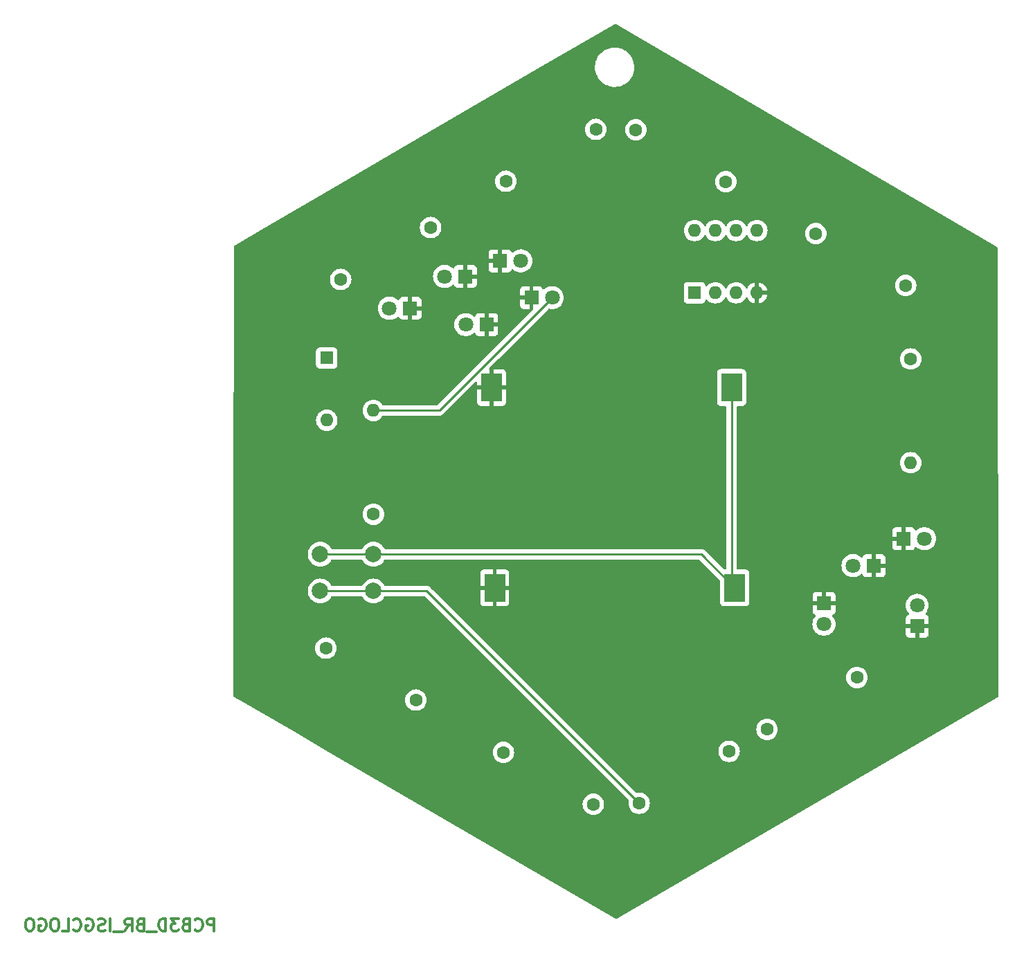
<source format=gbl>
G04 #@! TF.GenerationSoftware,KiCad,Pcbnew,7.0.10*
G04 #@! TF.CreationDate,2024-02-18T13:34:34-06:00*
G04 #@! TF.ProjectId,airplane-keychain,61697270-6c61-46e6-952d-6b6579636861,1*
G04 #@! TF.SameCoordinates,Original*
G04 #@! TF.FileFunction,Copper,L2,Bot*
G04 #@! TF.FilePolarity,Positive*
%FSLAX46Y46*%
G04 Gerber Fmt 4.6, Leading zero omitted, Abs format (unit mm)*
G04 Created by KiCad (PCBNEW 7.0.10) date 2024-02-18 13:34:34*
%MOMM*%
%LPD*%
G01*
G04 APERTURE LIST*
G04 Aperture macros list*
%AMHorizOval*
0 Thick line with rounded ends*
0 $1 width*
0 $2 $3 position (X,Y) of the first rounded end (center of the circle)*
0 $4 $5 position (X,Y) of the second rounded end (center of the circle)*
0 Add line between two ends*
20,1,$1,$2,$3,$4,$5,0*
0 Add two circle primitives to create the rounded ends*
1,1,$1,$2,$3*
1,1,$1,$4,$5*%
G04 Aperture macros list end*
%ADD10C,0.300000*%
G04 #@! TA.AperFunction,NonConductor*
%ADD11C,0.300000*%
G04 #@! TD*
G04 #@! TA.AperFunction,ComponentPad*
%ADD12R,1.800000X1.800000*%
G04 #@! TD*
G04 #@! TA.AperFunction,ComponentPad*
%ADD13C,1.800000*%
G04 #@! TD*
G04 #@! TA.AperFunction,ComponentPad*
%ADD14C,1.600000*%
G04 #@! TD*
G04 #@! TA.AperFunction,ComponentPad*
%ADD15HorizOval,1.600000X0.000000X0.000000X0.000000X0.000000X0*%
G04 #@! TD*
G04 #@! TA.AperFunction,ComponentPad*
%ADD16HorizOval,1.600000X0.000000X0.000000X0.000000X0.000000X0*%
G04 #@! TD*
G04 #@! TA.AperFunction,ComponentPad*
%ADD17O,1.600000X1.600000*%
G04 #@! TD*
G04 #@! TA.AperFunction,ComponentPad*
%ADD18HorizOval,1.600000X0.000000X0.000000X0.000000X0.000000X0*%
G04 #@! TD*
G04 #@! TA.AperFunction,ComponentPad*
%ADD19C,2.000000*%
G04 #@! TD*
G04 #@! TA.AperFunction,ComponentPad*
%ADD20R,1.600000X1.600000*%
G04 #@! TD*
G04 #@! TA.AperFunction,ComponentPad*
%ADD21HorizOval,1.600000X0.000000X0.000000X0.000000X0.000000X0*%
G04 #@! TD*
G04 #@! TA.AperFunction,SMDPad,CuDef*
%ADD22R,2.540000X3.510000*%
G04 #@! TD*
G04 #@! TA.AperFunction,Conductor*
%ADD23C,0.250000*%
G04 #@! TD*
G04 APERTURE END LIST*
D10*
D11*
X81845489Y-152300828D02*
X81845489Y-150800828D01*
X81845489Y-150800828D02*
X81274060Y-150800828D01*
X81274060Y-150800828D02*
X81131203Y-150872257D01*
X81131203Y-150872257D02*
X81059774Y-150943685D01*
X81059774Y-150943685D02*
X80988346Y-151086542D01*
X80988346Y-151086542D02*
X80988346Y-151300828D01*
X80988346Y-151300828D02*
X81059774Y-151443685D01*
X81059774Y-151443685D02*
X81131203Y-151515114D01*
X81131203Y-151515114D02*
X81274060Y-151586542D01*
X81274060Y-151586542D02*
X81845489Y-151586542D01*
X79488346Y-152157971D02*
X79559774Y-152229400D01*
X79559774Y-152229400D02*
X79774060Y-152300828D01*
X79774060Y-152300828D02*
X79916917Y-152300828D01*
X79916917Y-152300828D02*
X80131203Y-152229400D01*
X80131203Y-152229400D02*
X80274060Y-152086542D01*
X80274060Y-152086542D02*
X80345489Y-151943685D01*
X80345489Y-151943685D02*
X80416917Y-151657971D01*
X80416917Y-151657971D02*
X80416917Y-151443685D01*
X80416917Y-151443685D02*
X80345489Y-151157971D01*
X80345489Y-151157971D02*
X80274060Y-151015114D01*
X80274060Y-151015114D02*
X80131203Y-150872257D01*
X80131203Y-150872257D02*
X79916917Y-150800828D01*
X79916917Y-150800828D02*
X79774060Y-150800828D01*
X79774060Y-150800828D02*
X79559774Y-150872257D01*
X79559774Y-150872257D02*
X79488346Y-150943685D01*
X78345489Y-151515114D02*
X78131203Y-151586542D01*
X78131203Y-151586542D02*
X78059774Y-151657971D01*
X78059774Y-151657971D02*
X77988346Y-151800828D01*
X77988346Y-151800828D02*
X77988346Y-152015114D01*
X77988346Y-152015114D02*
X78059774Y-152157971D01*
X78059774Y-152157971D02*
X78131203Y-152229400D01*
X78131203Y-152229400D02*
X78274060Y-152300828D01*
X78274060Y-152300828D02*
X78845489Y-152300828D01*
X78845489Y-152300828D02*
X78845489Y-150800828D01*
X78845489Y-150800828D02*
X78345489Y-150800828D01*
X78345489Y-150800828D02*
X78202632Y-150872257D01*
X78202632Y-150872257D02*
X78131203Y-150943685D01*
X78131203Y-150943685D02*
X78059774Y-151086542D01*
X78059774Y-151086542D02*
X78059774Y-151229400D01*
X78059774Y-151229400D02*
X78131203Y-151372257D01*
X78131203Y-151372257D02*
X78202632Y-151443685D01*
X78202632Y-151443685D02*
X78345489Y-151515114D01*
X78345489Y-151515114D02*
X78845489Y-151515114D01*
X77488346Y-150800828D02*
X76559774Y-150800828D01*
X76559774Y-150800828D02*
X77059774Y-151372257D01*
X77059774Y-151372257D02*
X76845489Y-151372257D01*
X76845489Y-151372257D02*
X76702632Y-151443685D01*
X76702632Y-151443685D02*
X76631203Y-151515114D01*
X76631203Y-151515114D02*
X76559774Y-151657971D01*
X76559774Y-151657971D02*
X76559774Y-152015114D01*
X76559774Y-152015114D02*
X76631203Y-152157971D01*
X76631203Y-152157971D02*
X76702632Y-152229400D01*
X76702632Y-152229400D02*
X76845489Y-152300828D01*
X76845489Y-152300828D02*
X77274060Y-152300828D01*
X77274060Y-152300828D02*
X77416917Y-152229400D01*
X77416917Y-152229400D02*
X77488346Y-152157971D01*
X75916918Y-152300828D02*
X75916918Y-150800828D01*
X75916918Y-150800828D02*
X75559775Y-150800828D01*
X75559775Y-150800828D02*
X75345489Y-150872257D01*
X75345489Y-150872257D02*
X75202632Y-151015114D01*
X75202632Y-151015114D02*
X75131203Y-151157971D01*
X75131203Y-151157971D02*
X75059775Y-151443685D01*
X75059775Y-151443685D02*
X75059775Y-151657971D01*
X75059775Y-151657971D02*
X75131203Y-151943685D01*
X75131203Y-151943685D02*
X75202632Y-152086542D01*
X75202632Y-152086542D02*
X75345489Y-152229400D01*
X75345489Y-152229400D02*
X75559775Y-152300828D01*
X75559775Y-152300828D02*
X75916918Y-152300828D01*
X74774061Y-152443685D02*
X73631203Y-152443685D01*
X72774061Y-151515114D02*
X72559775Y-151586542D01*
X72559775Y-151586542D02*
X72488346Y-151657971D01*
X72488346Y-151657971D02*
X72416918Y-151800828D01*
X72416918Y-151800828D02*
X72416918Y-152015114D01*
X72416918Y-152015114D02*
X72488346Y-152157971D01*
X72488346Y-152157971D02*
X72559775Y-152229400D01*
X72559775Y-152229400D02*
X72702632Y-152300828D01*
X72702632Y-152300828D02*
X73274061Y-152300828D01*
X73274061Y-152300828D02*
X73274061Y-150800828D01*
X73274061Y-150800828D02*
X72774061Y-150800828D01*
X72774061Y-150800828D02*
X72631204Y-150872257D01*
X72631204Y-150872257D02*
X72559775Y-150943685D01*
X72559775Y-150943685D02*
X72488346Y-151086542D01*
X72488346Y-151086542D02*
X72488346Y-151229400D01*
X72488346Y-151229400D02*
X72559775Y-151372257D01*
X72559775Y-151372257D02*
X72631204Y-151443685D01*
X72631204Y-151443685D02*
X72774061Y-151515114D01*
X72774061Y-151515114D02*
X73274061Y-151515114D01*
X70916918Y-152300828D02*
X71416918Y-151586542D01*
X71774061Y-152300828D02*
X71774061Y-150800828D01*
X71774061Y-150800828D02*
X71202632Y-150800828D01*
X71202632Y-150800828D02*
X71059775Y-150872257D01*
X71059775Y-150872257D02*
X70988346Y-150943685D01*
X70988346Y-150943685D02*
X70916918Y-151086542D01*
X70916918Y-151086542D02*
X70916918Y-151300828D01*
X70916918Y-151300828D02*
X70988346Y-151443685D01*
X70988346Y-151443685D02*
X71059775Y-151515114D01*
X71059775Y-151515114D02*
X71202632Y-151586542D01*
X71202632Y-151586542D02*
X71774061Y-151586542D01*
X70631204Y-152443685D02*
X69488346Y-152443685D01*
X69131204Y-152300828D02*
X69131204Y-150800828D01*
X68488346Y-152229400D02*
X68274061Y-152300828D01*
X68274061Y-152300828D02*
X67916918Y-152300828D01*
X67916918Y-152300828D02*
X67774061Y-152229400D01*
X67774061Y-152229400D02*
X67702632Y-152157971D01*
X67702632Y-152157971D02*
X67631203Y-152015114D01*
X67631203Y-152015114D02*
X67631203Y-151872257D01*
X67631203Y-151872257D02*
X67702632Y-151729400D01*
X67702632Y-151729400D02*
X67774061Y-151657971D01*
X67774061Y-151657971D02*
X67916918Y-151586542D01*
X67916918Y-151586542D02*
X68202632Y-151515114D01*
X68202632Y-151515114D02*
X68345489Y-151443685D01*
X68345489Y-151443685D02*
X68416918Y-151372257D01*
X68416918Y-151372257D02*
X68488346Y-151229400D01*
X68488346Y-151229400D02*
X68488346Y-151086542D01*
X68488346Y-151086542D02*
X68416918Y-150943685D01*
X68416918Y-150943685D02*
X68345489Y-150872257D01*
X68345489Y-150872257D02*
X68202632Y-150800828D01*
X68202632Y-150800828D02*
X67845489Y-150800828D01*
X67845489Y-150800828D02*
X67631203Y-150872257D01*
X66202632Y-150872257D02*
X66345490Y-150800828D01*
X66345490Y-150800828D02*
X66559775Y-150800828D01*
X66559775Y-150800828D02*
X66774061Y-150872257D01*
X66774061Y-150872257D02*
X66916918Y-151015114D01*
X66916918Y-151015114D02*
X66988347Y-151157971D01*
X66988347Y-151157971D02*
X67059775Y-151443685D01*
X67059775Y-151443685D02*
X67059775Y-151657971D01*
X67059775Y-151657971D02*
X66988347Y-151943685D01*
X66988347Y-151943685D02*
X66916918Y-152086542D01*
X66916918Y-152086542D02*
X66774061Y-152229400D01*
X66774061Y-152229400D02*
X66559775Y-152300828D01*
X66559775Y-152300828D02*
X66416918Y-152300828D01*
X66416918Y-152300828D02*
X66202632Y-152229400D01*
X66202632Y-152229400D02*
X66131204Y-152157971D01*
X66131204Y-152157971D02*
X66131204Y-151657971D01*
X66131204Y-151657971D02*
X66416918Y-151657971D01*
X64631204Y-152157971D02*
X64702632Y-152229400D01*
X64702632Y-152229400D02*
X64916918Y-152300828D01*
X64916918Y-152300828D02*
X65059775Y-152300828D01*
X65059775Y-152300828D02*
X65274061Y-152229400D01*
X65274061Y-152229400D02*
X65416918Y-152086542D01*
X65416918Y-152086542D02*
X65488347Y-151943685D01*
X65488347Y-151943685D02*
X65559775Y-151657971D01*
X65559775Y-151657971D02*
X65559775Y-151443685D01*
X65559775Y-151443685D02*
X65488347Y-151157971D01*
X65488347Y-151157971D02*
X65416918Y-151015114D01*
X65416918Y-151015114D02*
X65274061Y-150872257D01*
X65274061Y-150872257D02*
X65059775Y-150800828D01*
X65059775Y-150800828D02*
X64916918Y-150800828D01*
X64916918Y-150800828D02*
X64702632Y-150872257D01*
X64702632Y-150872257D02*
X64631204Y-150943685D01*
X63274061Y-152300828D02*
X63988347Y-152300828D01*
X63988347Y-152300828D02*
X63988347Y-150800828D01*
X62488346Y-150800828D02*
X62202632Y-150800828D01*
X62202632Y-150800828D02*
X62059775Y-150872257D01*
X62059775Y-150872257D02*
X61916918Y-151015114D01*
X61916918Y-151015114D02*
X61845489Y-151300828D01*
X61845489Y-151300828D02*
X61845489Y-151800828D01*
X61845489Y-151800828D02*
X61916918Y-152086542D01*
X61916918Y-152086542D02*
X62059775Y-152229400D01*
X62059775Y-152229400D02*
X62202632Y-152300828D01*
X62202632Y-152300828D02*
X62488346Y-152300828D01*
X62488346Y-152300828D02*
X62631204Y-152229400D01*
X62631204Y-152229400D02*
X62774061Y-152086542D01*
X62774061Y-152086542D02*
X62845489Y-151800828D01*
X62845489Y-151800828D02*
X62845489Y-151300828D01*
X62845489Y-151300828D02*
X62774061Y-151015114D01*
X62774061Y-151015114D02*
X62631204Y-150872257D01*
X62631204Y-150872257D02*
X62488346Y-150800828D01*
X60416917Y-150872257D02*
X60559775Y-150800828D01*
X60559775Y-150800828D02*
X60774060Y-150800828D01*
X60774060Y-150800828D02*
X60988346Y-150872257D01*
X60988346Y-150872257D02*
X61131203Y-151015114D01*
X61131203Y-151015114D02*
X61202632Y-151157971D01*
X61202632Y-151157971D02*
X61274060Y-151443685D01*
X61274060Y-151443685D02*
X61274060Y-151657971D01*
X61274060Y-151657971D02*
X61202632Y-151943685D01*
X61202632Y-151943685D02*
X61131203Y-152086542D01*
X61131203Y-152086542D02*
X60988346Y-152229400D01*
X60988346Y-152229400D02*
X60774060Y-152300828D01*
X60774060Y-152300828D02*
X60631203Y-152300828D01*
X60631203Y-152300828D02*
X60416917Y-152229400D01*
X60416917Y-152229400D02*
X60345489Y-152157971D01*
X60345489Y-152157971D02*
X60345489Y-151657971D01*
X60345489Y-151657971D02*
X60631203Y-151657971D01*
X59416917Y-150800828D02*
X59131203Y-150800828D01*
X59131203Y-150800828D02*
X58988346Y-150872257D01*
X58988346Y-150872257D02*
X58845489Y-151015114D01*
X58845489Y-151015114D02*
X58774060Y-151300828D01*
X58774060Y-151300828D02*
X58774060Y-151800828D01*
X58774060Y-151800828D02*
X58845489Y-152086542D01*
X58845489Y-152086542D02*
X58988346Y-152229400D01*
X58988346Y-152229400D02*
X59131203Y-152300828D01*
X59131203Y-152300828D02*
X59416917Y-152300828D01*
X59416917Y-152300828D02*
X59559775Y-152229400D01*
X59559775Y-152229400D02*
X59702632Y-152086542D01*
X59702632Y-152086542D02*
X59774060Y-151800828D01*
X59774060Y-151800828D02*
X59774060Y-151300828D01*
X59774060Y-151300828D02*
X59702632Y-151015114D01*
X59702632Y-151015114D02*
X59559775Y-150872257D01*
X59559775Y-150872257D02*
X59416917Y-150800828D01*
D12*
X167800000Y-115000000D03*
D13*
X167800000Y-112460000D03*
D12*
X112550000Y-72200000D03*
D13*
X110010000Y-72200000D03*
D12*
X115140000Y-78100000D03*
D13*
X112600000Y-78100000D03*
D12*
X105800000Y-76100000D03*
D13*
X103260000Y-76100000D03*
D14*
X155401477Y-66950000D03*
D15*
X166400000Y-73300000D03*
D14*
X108299261Y-66225000D03*
D16*
X97300738Y-72575000D03*
D14*
X128500000Y-54200000D03*
D16*
X117501477Y-60550000D03*
D14*
X167000000Y-82300000D03*
D17*
X167000000Y-95000000D03*
D14*
X149440739Y-127635000D03*
D18*
X160439262Y-121285000D03*
D14*
X133401477Y-54250000D03*
D15*
X144400000Y-60600000D03*
D19*
X101300000Y-110700000D03*
X94800000Y-110700000D03*
X101300000Y-106200000D03*
X94800000Y-106200000D03*
D20*
X95600000Y-82180000D03*
D17*
X95600000Y-89800000D03*
D12*
X116800000Y-70300000D03*
D13*
X119340000Y-70300000D03*
D12*
X162500000Y-107600000D03*
D13*
X159960000Y-107600000D03*
D12*
X156400000Y-112225000D03*
D13*
X156400000Y-114765000D03*
D12*
X166160000Y-104300000D03*
D13*
X168700000Y-104300000D03*
D14*
X101300000Y-101300000D03*
D17*
X101300000Y-88600000D03*
D14*
X106498523Y-124050000D03*
D21*
X95500000Y-117700000D03*
D12*
X120625000Y-74800000D03*
D13*
X123165000Y-74800000D03*
D14*
X117201477Y-130450000D03*
D15*
X128200000Y-136800000D03*
D14*
X133800739Y-136675000D03*
D18*
X144799262Y-130325000D03*
D20*
X140580000Y-74200000D03*
D17*
X143120000Y-74200000D03*
X145660000Y-74200000D03*
X148200000Y-74200000D03*
X148200000Y-66580000D03*
X145660000Y-66580000D03*
X143120000Y-66580000D03*
X140580000Y-66580000D03*
D22*
X145100000Y-85800000D03*
X115740000Y-85800000D03*
X145500000Y-110300000D03*
X116140000Y-110300000D03*
D23*
X101300000Y-88600000D02*
X109365000Y-88600000D01*
X109365000Y-88600000D02*
X123165000Y-74800000D01*
X94800000Y-106200000D02*
X101300000Y-106200000D01*
X101300000Y-110700000D02*
X94800000Y-110700000D01*
X101300000Y-110700000D02*
X107825739Y-110700000D01*
X107825739Y-110700000D02*
X133800739Y-136675000D01*
X101300000Y-106200000D02*
X141400000Y-106200000D01*
X141400000Y-106200000D02*
X145500000Y-110300000D01*
X145100000Y-85800000D02*
X145100000Y-109900000D01*
X145100000Y-109900000D02*
X145500000Y-110300000D01*
X145500000Y-86200000D02*
X145100000Y-85800000D01*
X145500000Y-110300000D02*
X145500000Y-109815000D01*
G04 #@! TA.AperFunction,Conductor*
G36*
X130962421Y-41295065D02*
G01*
X177588331Y-68593140D01*
X177636238Y-68643999D01*
X177649680Y-68699924D01*
X177749316Y-123599468D01*
X177729753Y-123666543D01*
X177687625Y-123706901D01*
X131062375Y-150805335D01*
X130994523Y-150822003D01*
X130937685Y-150805294D01*
X106877310Y-136800001D01*
X126886502Y-136800001D01*
X126906456Y-137028081D01*
X126906457Y-137028089D01*
X126965714Y-137249238D01*
X126965718Y-137249249D01*
X127062475Y-137456745D01*
X127062477Y-137456749D01*
X127193802Y-137644300D01*
X127355700Y-137806198D01*
X127543251Y-137937523D01*
X127609772Y-137968542D01*
X127750750Y-138034281D01*
X127750752Y-138034281D01*
X127750757Y-138034284D01*
X127971913Y-138093543D01*
X128134832Y-138107796D01*
X128199998Y-138113498D01*
X128200000Y-138113498D01*
X128200002Y-138113498D01*
X128257021Y-138108509D01*
X128428087Y-138093543D01*
X128649243Y-138034284D01*
X128856749Y-137937523D01*
X129044300Y-137806198D01*
X129206198Y-137644300D01*
X129337523Y-137456749D01*
X129434284Y-137249243D01*
X129493543Y-137028087D01*
X129513498Y-136800000D01*
X129493543Y-136571913D01*
X129434284Y-136350757D01*
X129337523Y-136143251D01*
X129206198Y-135955700D01*
X129044300Y-135793802D01*
X128856749Y-135662477D01*
X128856745Y-135662475D01*
X128649249Y-135565718D01*
X128649238Y-135565714D01*
X128428089Y-135506457D01*
X128428081Y-135506456D01*
X128200002Y-135486502D01*
X128199998Y-135486502D01*
X127971918Y-135506456D01*
X127971910Y-135506457D01*
X127750761Y-135565714D01*
X127750750Y-135565718D01*
X127543254Y-135662475D01*
X127543252Y-135662476D01*
X127543251Y-135662477D01*
X127355700Y-135793802D01*
X127355698Y-135793803D01*
X127355695Y-135793806D01*
X127193806Y-135955695D01*
X127193803Y-135955698D01*
X127193802Y-135955700D01*
X127150001Y-136018254D01*
X127062476Y-136143252D01*
X127062475Y-136143254D01*
X126965718Y-136350750D01*
X126965714Y-136350761D01*
X126906457Y-136571910D01*
X126906456Y-136571918D01*
X126886502Y-136799998D01*
X126886502Y-136800001D01*
X106877310Y-136800001D01*
X95968335Y-130450001D01*
X115887979Y-130450001D01*
X115907933Y-130678081D01*
X115907934Y-130678089D01*
X115967191Y-130899238D01*
X115967195Y-130899249D01*
X116063952Y-131106745D01*
X116063954Y-131106749D01*
X116195279Y-131294300D01*
X116357177Y-131456198D01*
X116544728Y-131587523D01*
X116611249Y-131618542D01*
X116752227Y-131684281D01*
X116752229Y-131684281D01*
X116752234Y-131684284D01*
X116973390Y-131743543D01*
X117136309Y-131757796D01*
X117201475Y-131763498D01*
X117201477Y-131763498D01*
X117201479Y-131763498D01*
X117258498Y-131758509D01*
X117429564Y-131743543D01*
X117650720Y-131684284D01*
X117858226Y-131587523D01*
X118045777Y-131456198D01*
X118207675Y-131294300D01*
X118339000Y-131106749D01*
X118435761Y-130899243D01*
X118495020Y-130678087D01*
X118514975Y-130450000D01*
X118495020Y-130221913D01*
X118435761Y-130000757D01*
X118339000Y-129793251D01*
X118207675Y-129605700D01*
X118045777Y-129443802D01*
X117858226Y-129312477D01*
X117858222Y-129312475D01*
X117650726Y-129215718D01*
X117650715Y-129215714D01*
X117429566Y-129156457D01*
X117429558Y-129156456D01*
X117201479Y-129136502D01*
X117201475Y-129136502D01*
X116973395Y-129156456D01*
X116973387Y-129156457D01*
X116752238Y-129215714D01*
X116752227Y-129215718D01*
X116544731Y-129312475D01*
X116544729Y-129312476D01*
X116544728Y-129312477D01*
X116357177Y-129443802D01*
X116357175Y-129443803D01*
X116357172Y-129443806D01*
X116195283Y-129605695D01*
X116195280Y-129605698D01*
X116195279Y-129605700D01*
X116151478Y-129668254D01*
X116063953Y-129793252D01*
X116063952Y-129793254D01*
X115967195Y-130000750D01*
X115967191Y-130000761D01*
X115907934Y-130221910D01*
X115907933Y-130221918D01*
X115887979Y-130449998D01*
X115887979Y-130450001D01*
X95968335Y-130450001D01*
X91132309Y-127635001D01*
X84973464Y-124050001D01*
X105185025Y-124050001D01*
X105204979Y-124278081D01*
X105204980Y-124278089D01*
X105264237Y-124499238D01*
X105264241Y-124499249D01*
X105360998Y-124706745D01*
X105361000Y-124706749D01*
X105492325Y-124894300D01*
X105654223Y-125056198D01*
X105841774Y-125187523D01*
X105966614Y-125245736D01*
X106049273Y-125284281D01*
X106049275Y-125284281D01*
X106049280Y-125284284D01*
X106270436Y-125343543D01*
X106433355Y-125357796D01*
X106498521Y-125363498D01*
X106498523Y-125363498D01*
X106498525Y-125363498D01*
X106555544Y-125358509D01*
X106726610Y-125343543D01*
X106947766Y-125284284D01*
X107155272Y-125187523D01*
X107342823Y-125056198D01*
X107504721Y-124894300D01*
X107636046Y-124706749D01*
X107732807Y-124499243D01*
X107792066Y-124278087D01*
X107812021Y-124050000D01*
X107792066Y-123821913D01*
X107732807Y-123600757D01*
X107636046Y-123393251D01*
X107504721Y-123205700D01*
X107342823Y-123043802D01*
X107155272Y-122912477D01*
X107155268Y-122912475D01*
X106947772Y-122815718D01*
X106947761Y-122815714D01*
X106726612Y-122756457D01*
X106726604Y-122756456D01*
X106498525Y-122736502D01*
X106498521Y-122736502D01*
X106270441Y-122756456D01*
X106270433Y-122756457D01*
X106049284Y-122815714D01*
X106049273Y-122815718D01*
X105841777Y-122912475D01*
X105841775Y-122912476D01*
X105841774Y-122912477D01*
X105654223Y-123043802D01*
X105654221Y-123043803D01*
X105654218Y-123043806D01*
X105492329Y-123205695D01*
X105360999Y-123393252D01*
X105360998Y-123393254D01*
X105264241Y-123600750D01*
X105264237Y-123600761D01*
X105204980Y-123821910D01*
X105204979Y-123821918D01*
X105185025Y-124049998D01*
X105185025Y-124050001D01*
X84973464Y-124050001D01*
X84212299Y-123606935D01*
X84164265Y-123556198D01*
X84150681Y-123499544D01*
X84151214Y-123205700D01*
X84161188Y-117700001D01*
X94186502Y-117700001D01*
X94206456Y-117928081D01*
X94206457Y-117928089D01*
X94265714Y-118149238D01*
X94265718Y-118149249D01*
X94362475Y-118356745D01*
X94362477Y-118356749D01*
X94493802Y-118544300D01*
X94655700Y-118706198D01*
X94843251Y-118837523D01*
X94968091Y-118895736D01*
X95050750Y-118934281D01*
X95050752Y-118934281D01*
X95050757Y-118934284D01*
X95271913Y-118993543D01*
X95434832Y-119007796D01*
X95499998Y-119013498D01*
X95500000Y-119013498D01*
X95500002Y-119013498D01*
X95557021Y-119008509D01*
X95728087Y-118993543D01*
X95949243Y-118934284D01*
X96156749Y-118837523D01*
X96344300Y-118706198D01*
X96506198Y-118544300D01*
X96637523Y-118356749D01*
X96734284Y-118149243D01*
X96793543Y-117928087D01*
X96813498Y-117700000D01*
X96793543Y-117471913D01*
X96734284Y-117250757D01*
X96637523Y-117043251D01*
X96506198Y-116855700D01*
X96344300Y-116693802D01*
X96156749Y-116562477D01*
X96156745Y-116562475D01*
X95949249Y-116465718D01*
X95949238Y-116465714D01*
X95728089Y-116406457D01*
X95728081Y-116406456D01*
X95500002Y-116386502D01*
X95499998Y-116386502D01*
X95271918Y-116406456D01*
X95271910Y-116406457D01*
X95050761Y-116465714D01*
X95050750Y-116465718D01*
X94843254Y-116562475D01*
X94843252Y-116562476D01*
X94843251Y-116562477D01*
X94655700Y-116693802D01*
X94655698Y-116693803D01*
X94655695Y-116693806D01*
X94493806Y-116855695D01*
X94362476Y-117043252D01*
X94362475Y-117043254D01*
X94265718Y-117250750D01*
X94265714Y-117250761D01*
X94206457Y-117471910D01*
X94206456Y-117471918D01*
X94186502Y-117699998D01*
X94186502Y-117700001D01*
X84161188Y-117700001D01*
X84173869Y-110700000D01*
X93286835Y-110700000D01*
X93305465Y-110936714D01*
X93360895Y-111167595D01*
X93360895Y-111167597D01*
X93451757Y-111386959D01*
X93451759Y-111386962D01*
X93575820Y-111589410D01*
X93575821Y-111589413D01*
X93575824Y-111589416D01*
X93730031Y-111769969D01*
X93869797Y-111889340D01*
X93910586Y-111924178D01*
X93910588Y-111924178D01*
X94113037Y-112048240D01*
X94113040Y-112048242D01*
X94332403Y-112139104D01*
X94332404Y-112139104D01*
X94332406Y-112139105D01*
X94563289Y-112194535D01*
X94800000Y-112213165D01*
X95036711Y-112194535D01*
X95267594Y-112139105D01*
X95267596Y-112139104D01*
X95267597Y-112139104D01*
X95486959Y-112048242D01*
X95486960Y-112048241D01*
X95486963Y-112048240D01*
X95689416Y-111924176D01*
X95869969Y-111769969D01*
X96024176Y-111589416D01*
X96080013Y-111498297D01*
X96144719Y-111392710D01*
X96196531Y-111345835D01*
X96250446Y-111333500D01*
X99849554Y-111333500D01*
X99916593Y-111353185D01*
X99955281Y-111392710D01*
X100075820Y-111589410D01*
X100075821Y-111589413D01*
X100075824Y-111589416D01*
X100230031Y-111769969D01*
X100369797Y-111889340D01*
X100410586Y-111924178D01*
X100410588Y-111924178D01*
X100613037Y-112048240D01*
X100613040Y-112048242D01*
X100832403Y-112139104D01*
X100832404Y-112139104D01*
X100832406Y-112139105D01*
X101063289Y-112194535D01*
X101300000Y-112213165D01*
X101536711Y-112194535D01*
X101767594Y-112139105D01*
X101767596Y-112139104D01*
X101767597Y-112139104D01*
X101986959Y-112048242D01*
X101986960Y-112048241D01*
X101986963Y-112048240D01*
X102189416Y-111924176D01*
X102369969Y-111769969D01*
X102524176Y-111589416D01*
X102580013Y-111498297D01*
X102644719Y-111392710D01*
X102696531Y-111345835D01*
X102750446Y-111333500D01*
X107511973Y-111333500D01*
X107579012Y-111353185D01*
X107599654Y-111369819D01*
X132492403Y-136262568D01*
X132525888Y-136323891D01*
X132524497Y-136382341D01*
X132507198Y-136446904D01*
X132507195Y-136446918D01*
X132487241Y-136674998D01*
X132487241Y-136675001D01*
X132507195Y-136903081D01*
X132507196Y-136903089D01*
X132566453Y-137124238D01*
X132566457Y-137124249D01*
X132663214Y-137331745D01*
X132663216Y-137331749D01*
X132794541Y-137519300D01*
X132956439Y-137681198D01*
X133143990Y-137812523D01*
X133268830Y-137870736D01*
X133351489Y-137909281D01*
X133351491Y-137909281D01*
X133351496Y-137909284D01*
X133572652Y-137968543D01*
X133735571Y-137982796D01*
X133800737Y-137988498D01*
X133800739Y-137988498D01*
X133800741Y-137988498D01*
X133857760Y-137983509D01*
X134028826Y-137968543D01*
X134249982Y-137909284D01*
X134457488Y-137812523D01*
X134645039Y-137681198D01*
X134806937Y-137519300D01*
X134938262Y-137331749D01*
X135035023Y-137124243D01*
X135094282Y-136903087D01*
X135114237Y-136675000D01*
X135094282Y-136446913D01*
X135035023Y-136225757D01*
X134938262Y-136018251D01*
X134806937Y-135830700D01*
X134645039Y-135668802D01*
X134457488Y-135537477D01*
X134457484Y-135537475D01*
X134249988Y-135440718D01*
X134249977Y-135440714D01*
X134028828Y-135381457D01*
X134028820Y-135381456D01*
X133800741Y-135361502D01*
X133800737Y-135361502D01*
X133572657Y-135381456D01*
X133572646Y-135381458D01*
X133508082Y-135398758D01*
X133438232Y-135397095D01*
X133388308Y-135366664D01*
X128346645Y-130325001D01*
X143485764Y-130325001D01*
X143505718Y-130553081D01*
X143505719Y-130553089D01*
X143564976Y-130774238D01*
X143564980Y-130774249D01*
X143661737Y-130981745D01*
X143661739Y-130981749D01*
X143793064Y-131169300D01*
X143954962Y-131331198D01*
X144142513Y-131462523D01*
X144267353Y-131520736D01*
X144350012Y-131559281D01*
X144350014Y-131559281D01*
X144350019Y-131559284D01*
X144571175Y-131618543D01*
X144734094Y-131632796D01*
X144799260Y-131638498D01*
X144799262Y-131638498D01*
X144799264Y-131638498D01*
X144856283Y-131633509D01*
X145027349Y-131618543D01*
X145248505Y-131559284D01*
X145456011Y-131462523D01*
X145643562Y-131331198D01*
X145805460Y-131169300D01*
X145936785Y-130981749D01*
X146033546Y-130774243D01*
X146092805Y-130553087D01*
X146112760Y-130325000D01*
X146092805Y-130096913D01*
X146033546Y-129875757D01*
X145936785Y-129668251D01*
X145805460Y-129480700D01*
X145643562Y-129318802D01*
X145456011Y-129187477D01*
X145456007Y-129187475D01*
X145248511Y-129090718D01*
X145248500Y-129090714D01*
X145027351Y-129031457D01*
X145027343Y-129031456D01*
X144799264Y-129011502D01*
X144799260Y-129011502D01*
X144571180Y-129031456D01*
X144571172Y-129031457D01*
X144350023Y-129090714D01*
X144350012Y-129090718D01*
X144142516Y-129187475D01*
X144142514Y-129187476D01*
X144102181Y-129215718D01*
X143954962Y-129318802D01*
X143954960Y-129318803D01*
X143954957Y-129318806D01*
X143793068Y-129480695D01*
X143661738Y-129668252D01*
X143661737Y-129668254D01*
X143564980Y-129875750D01*
X143564976Y-129875761D01*
X143505719Y-130096910D01*
X143505718Y-130096918D01*
X143485764Y-130324998D01*
X143485764Y-130325001D01*
X128346645Y-130325001D01*
X125656645Y-127635001D01*
X148127241Y-127635001D01*
X148147195Y-127863081D01*
X148147196Y-127863089D01*
X148206453Y-128084238D01*
X148206457Y-128084249D01*
X148303214Y-128291745D01*
X148303216Y-128291749D01*
X148434541Y-128479300D01*
X148596439Y-128641198D01*
X148783990Y-128772523D01*
X148908830Y-128830736D01*
X148991489Y-128869281D01*
X148991491Y-128869281D01*
X148991496Y-128869284D01*
X149212652Y-128928543D01*
X149375571Y-128942796D01*
X149440737Y-128948498D01*
X149440739Y-128948498D01*
X149440741Y-128948498D01*
X149497760Y-128943509D01*
X149668826Y-128928543D01*
X149889982Y-128869284D01*
X150097488Y-128772523D01*
X150285039Y-128641198D01*
X150446937Y-128479300D01*
X150578262Y-128291749D01*
X150675023Y-128084243D01*
X150734282Y-127863087D01*
X150754237Y-127635000D01*
X150734282Y-127406913D01*
X150675023Y-127185757D01*
X150578262Y-126978251D01*
X150446937Y-126790700D01*
X150285039Y-126628802D01*
X150097488Y-126497477D01*
X150097484Y-126497475D01*
X149889988Y-126400718D01*
X149889977Y-126400714D01*
X149668828Y-126341457D01*
X149668820Y-126341456D01*
X149440741Y-126321502D01*
X149440737Y-126321502D01*
X149212657Y-126341456D01*
X149212649Y-126341457D01*
X148991500Y-126400714D01*
X148991489Y-126400718D01*
X148783993Y-126497475D01*
X148783991Y-126497476D01*
X148783990Y-126497477D01*
X148596439Y-126628802D01*
X148596437Y-126628803D01*
X148596434Y-126628806D01*
X148434545Y-126790695D01*
X148303215Y-126978252D01*
X148303214Y-126978254D01*
X148206457Y-127185750D01*
X148206453Y-127185761D01*
X148147196Y-127406910D01*
X148147195Y-127406918D01*
X148127241Y-127634998D01*
X148127241Y-127635001D01*
X125656645Y-127635001D01*
X119306645Y-121285001D01*
X159125764Y-121285001D01*
X159145718Y-121513081D01*
X159145719Y-121513089D01*
X159204976Y-121734238D01*
X159204980Y-121734249D01*
X159301737Y-121941745D01*
X159301739Y-121941749D01*
X159433064Y-122129300D01*
X159594962Y-122291198D01*
X159782513Y-122422523D01*
X159907353Y-122480736D01*
X159990012Y-122519281D01*
X159990014Y-122519281D01*
X159990019Y-122519284D01*
X160211175Y-122578543D01*
X160374094Y-122592796D01*
X160439260Y-122598498D01*
X160439262Y-122598498D01*
X160439264Y-122598498D01*
X160496283Y-122593509D01*
X160667349Y-122578543D01*
X160888505Y-122519284D01*
X161096011Y-122422523D01*
X161283562Y-122291198D01*
X161445460Y-122129300D01*
X161576785Y-121941749D01*
X161673546Y-121734243D01*
X161732805Y-121513087D01*
X161752760Y-121285000D01*
X161732805Y-121056913D01*
X161673546Y-120835757D01*
X161576785Y-120628251D01*
X161445460Y-120440700D01*
X161283562Y-120278802D01*
X161096011Y-120147477D01*
X161096007Y-120147475D01*
X160888511Y-120050718D01*
X160888500Y-120050714D01*
X160667351Y-119991457D01*
X160667343Y-119991456D01*
X160439264Y-119971502D01*
X160439260Y-119971502D01*
X160211180Y-119991456D01*
X160211172Y-119991457D01*
X159990023Y-120050714D01*
X159990012Y-120050718D01*
X159782516Y-120147475D01*
X159782514Y-120147476D01*
X159782513Y-120147477D01*
X159594962Y-120278802D01*
X159594960Y-120278803D01*
X159594957Y-120278806D01*
X159433068Y-120440695D01*
X159301738Y-120628252D01*
X159301737Y-120628254D01*
X159204980Y-120835750D01*
X159204976Y-120835761D01*
X159145719Y-121056910D01*
X159145718Y-121056918D01*
X159125764Y-121284998D01*
X159125764Y-121285001D01*
X119306645Y-121285001D01*
X112786649Y-114765005D01*
X154986673Y-114765005D01*
X155005948Y-114997622D01*
X155063251Y-115223907D01*
X155157015Y-115437668D01*
X155284686Y-115633084D01*
X155442776Y-115804814D01*
X155442780Y-115804818D01*
X155626983Y-115948190D01*
X155626985Y-115948191D01*
X155626988Y-115948193D01*
X155736342Y-116007372D01*
X155832273Y-116059287D01*
X155946914Y-116098643D01*
X156053045Y-116135079D01*
X156053047Y-116135079D01*
X156053049Y-116135080D01*
X156283288Y-116173500D01*
X156283289Y-116173500D01*
X156516711Y-116173500D01*
X156516712Y-116173500D01*
X156746951Y-116135080D01*
X156967727Y-116059287D01*
X157173017Y-115948190D01*
X157357220Y-115804818D01*
X157515314Y-115633083D01*
X157642984Y-115437669D01*
X157736749Y-115223907D01*
X157794051Y-114997626D01*
X157813327Y-114765000D01*
X157812084Y-114750000D01*
X157796766Y-114565135D01*
X157794051Y-114532374D01*
X157736749Y-114306093D01*
X157642984Y-114092331D01*
X157616736Y-114052155D01*
X157515316Y-113896919D01*
X157421926Y-113795471D01*
X157391004Y-113732816D01*
X157398864Y-113663390D01*
X157443011Y-113609235D01*
X157469824Y-113595306D01*
X157542084Y-113568355D01*
X157542093Y-113568350D01*
X157657187Y-113482190D01*
X157657190Y-113482187D01*
X157743350Y-113367093D01*
X157743354Y-113367086D01*
X157793596Y-113232379D01*
X157793598Y-113232372D01*
X157799999Y-113172844D01*
X157800000Y-113172827D01*
X157800000Y-112475000D01*
X156775278Y-112475000D01*
X156783935Y-112460005D01*
X166386673Y-112460005D01*
X166405948Y-112692622D01*
X166463251Y-112918907D01*
X166557015Y-113132668D01*
X166684683Y-113328080D01*
X166778073Y-113429528D01*
X166808995Y-113492183D01*
X166801135Y-113561609D01*
X166756988Y-113615764D01*
X166730177Y-113629693D01*
X166657911Y-113656646D01*
X166657906Y-113656649D01*
X166542812Y-113742809D01*
X166542809Y-113742812D01*
X166456649Y-113857906D01*
X166456645Y-113857913D01*
X166406403Y-113992620D01*
X166406401Y-113992627D01*
X166400000Y-114052155D01*
X166400000Y-114750000D01*
X167424722Y-114750000D01*
X167376375Y-114833740D01*
X167346190Y-114965992D01*
X167356327Y-115101265D01*
X167405887Y-115227541D01*
X167423797Y-115250000D01*
X166400000Y-115250000D01*
X166400000Y-115947844D01*
X166406401Y-116007372D01*
X166406403Y-116007379D01*
X166456645Y-116142086D01*
X166456649Y-116142093D01*
X166542809Y-116257187D01*
X166542812Y-116257190D01*
X166657906Y-116343350D01*
X166657913Y-116343354D01*
X166792620Y-116393596D01*
X166792627Y-116393598D01*
X166852155Y-116399999D01*
X166852172Y-116400000D01*
X167550000Y-116400000D01*
X167550000Y-115374189D01*
X167602547Y-115410016D01*
X167732173Y-115450000D01*
X167833724Y-115450000D01*
X167934138Y-115434865D01*
X168050000Y-115379068D01*
X168050000Y-116400000D01*
X168747828Y-116400000D01*
X168747844Y-116399999D01*
X168807372Y-116393598D01*
X168807379Y-116393596D01*
X168942086Y-116343354D01*
X168942093Y-116343350D01*
X169057187Y-116257190D01*
X169057190Y-116257187D01*
X169143350Y-116142093D01*
X169143354Y-116142086D01*
X169193596Y-116007379D01*
X169193598Y-116007372D01*
X169199999Y-115947844D01*
X169200000Y-115947827D01*
X169200000Y-115250000D01*
X168175278Y-115250000D01*
X168223625Y-115166260D01*
X168253810Y-115034008D01*
X168243673Y-114898735D01*
X168194113Y-114772459D01*
X168176203Y-114750000D01*
X169200000Y-114750000D01*
X169200000Y-114052172D01*
X169199999Y-114052155D01*
X169193598Y-113992627D01*
X169193596Y-113992620D01*
X169143354Y-113857913D01*
X169143350Y-113857906D01*
X169057190Y-113742812D01*
X169057187Y-113742809D01*
X168942093Y-113656649D01*
X168942086Y-113656645D01*
X168869823Y-113629693D01*
X168813889Y-113587822D01*
X168789472Y-113522357D01*
X168804324Y-113454084D01*
X168821927Y-113429528D01*
X168915313Y-113328084D01*
X168977840Y-113232379D01*
X169042984Y-113132669D01*
X169136749Y-112918907D01*
X169194051Y-112692626D01*
X169205986Y-112548596D01*
X169213327Y-112460005D01*
X169213327Y-112459994D01*
X169199828Y-112297093D01*
X169194051Y-112227374D01*
X169136749Y-112001093D01*
X169042984Y-111787331D01*
X168915314Y-111591917D01*
X168915313Y-111591915D01*
X168757223Y-111420185D01*
X168757222Y-111420184D01*
X168757220Y-111420182D01*
X168573017Y-111276810D01*
X168573015Y-111276809D01*
X168573014Y-111276808D01*
X168573011Y-111276806D01*
X168367733Y-111165716D01*
X168367730Y-111165715D01*
X168367727Y-111165713D01*
X168367721Y-111165711D01*
X168367719Y-111165710D01*
X168146954Y-111089920D01*
X167974271Y-111061105D01*
X167916712Y-111051500D01*
X167683288Y-111051500D01*
X167637240Y-111059184D01*
X167453045Y-111089920D01*
X167232280Y-111165710D01*
X167232266Y-111165716D01*
X167026988Y-111276806D01*
X167026985Y-111276808D01*
X166842781Y-111420181D01*
X166842776Y-111420185D01*
X166684686Y-111591915D01*
X166557015Y-111787331D01*
X166463251Y-112001092D01*
X166405948Y-112227377D01*
X166386673Y-112459994D01*
X166386673Y-112460005D01*
X156783935Y-112460005D01*
X156823625Y-112391260D01*
X156853810Y-112259008D01*
X156843673Y-112123735D01*
X156794113Y-111997459D01*
X156776203Y-111975000D01*
X157800000Y-111975000D01*
X157800000Y-111277172D01*
X157799999Y-111277155D01*
X157793598Y-111217627D01*
X157793596Y-111217620D01*
X157743354Y-111082913D01*
X157743350Y-111082906D01*
X157657190Y-110967812D01*
X157657187Y-110967809D01*
X157542093Y-110881649D01*
X157542086Y-110881645D01*
X157407379Y-110831403D01*
X157407372Y-110831401D01*
X157347844Y-110825000D01*
X156650000Y-110825000D01*
X156650000Y-111850810D01*
X156597453Y-111814984D01*
X156467827Y-111775000D01*
X156366276Y-111775000D01*
X156265862Y-111790135D01*
X156150000Y-111845931D01*
X156150000Y-110825000D01*
X155452155Y-110825000D01*
X155392627Y-110831401D01*
X155392620Y-110831403D01*
X155257913Y-110881645D01*
X155257906Y-110881649D01*
X155142812Y-110967809D01*
X155142809Y-110967812D01*
X155056649Y-111082906D01*
X155056645Y-111082913D01*
X155006403Y-111217620D01*
X155006401Y-111217627D01*
X155000000Y-111277155D01*
X155000000Y-111975000D01*
X156024722Y-111975000D01*
X155976375Y-112058740D01*
X155946190Y-112190992D01*
X155956327Y-112326265D01*
X156005887Y-112452541D01*
X156023797Y-112475000D01*
X155000000Y-112475000D01*
X155000000Y-113172844D01*
X155006401Y-113232372D01*
X155006403Y-113232379D01*
X155056645Y-113367086D01*
X155056649Y-113367093D01*
X155142809Y-113482187D01*
X155142812Y-113482190D01*
X155257906Y-113568350D01*
X155257915Y-113568355D01*
X155330175Y-113595306D01*
X155386109Y-113637177D01*
X155410527Y-113702641D01*
X155395676Y-113770914D01*
X155378073Y-113795470D01*
X155284686Y-113896916D01*
X155157015Y-114092331D01*
X155063251Y-114306092D01*
X155005948Y-114532377D01*
X154986673Y-114764994D01*
X154986673Y-114765005D01*
X112786649Y-114765005D01*
X108571644Y-110550000D01*
X114370000Y-110550000D01*
X114370000Y-112102844D01*
X114376401Y-112162372D01*
X114376403Y-112162379D01*
X114426645Y-112297086D01*
X114426649Y-112297093D01*
X114512809Y-112412187D01*
X114512812Y-112412190D01*
X114627906Y-112498350D01*
X114627913Y-112498354D01*
X114762620Y-112548596D01*
X114762627Y-112548598D01*
X114822155Y-112554999D01*
X114822172Y-112555000D01*
X115890000Y-112555000D01*
X115890000Y-110550000D01*
X116390000Y-110550000D01*
X116390000Y-112555000D01*
X117457828Y-112555000D01*
X117457844Y-112554999D01*
X117517372Y-112548598D01*
X117517379Y-112548596D01*
X117652086Y-112498354D01*
X117652093Y-112498350D01*
X117767187Y-112412190D01*
X117767190Y-112412187D01*
X117853350Y-112297093D01*
X117853354Y-112297086D01*
X117903596Y-112162379D01*
X117903598Y-112162372D01*
X117909999Y-112102844D01*
X117910000Y-112102827D01*
X117910000Y-110550000D01*
X116390000Y-110550000D01*
X115890000Y-110550000D01*
X114370000Y-110550000D01*
X108571644Y-110550000D01*
X108332827Y-110311183D01*
X108322926Y-110298823D01*
X108322716Y-110298998D01*
X108317740Y-110292984D01*
X108317739Y-110292982D01*
X108268054Y-110246325D01*
X108265289Y-110243645D01*
X108245505Y-110223861D01*
X108242243Y-110221331D01*
X108233358Y-110213743D01*
X108201060Y-110183414D01*
X108201058Y-110183412D01*
X108183170Y-110173578D01*
X108166909Y-110162897D01*
X108150778Y-110150384D01*
X108110114Y-110132788D01*
X108099624Y-110127649D01*
X108060799Y-110106305D01*
X108060795Y-110106304D01*
X108041026Y-110101228D01*
X108022620Y-110094926D01*
X108003883Y-110086818D01*
X108003884Y-110086818D01*
X107960122Y-110079887D01*
X107948686Y-110077519D01*
X107933932Y-110073731D01*
X107905771Y-110066500D01*
X107905769Y-110066500D01*
X107885355Y-110066500D01*
X107865956Y-110064973D01*
X107845797Y-110061780D01*
X107845796Y-110061780D01*
X107801682Y-110065950D01*
X107790013Y-110066500D01*
X102750446Y-110066500D01*
X102694254Y-110050000D01*
X114370000Y-110050000D01*
X115890000Y-110050000D01*
X115890000Y-108045000D01*
X116390000Y-108045000D01*
X116390000Y-110050000D01*
X117910000Y-110050000D01*
X117910000Y-108497172D01*
X117909999Y-108497155D01*
X117903598Y-108437627D01*
X117903596Y-108437620D01*
X117853354Y-108302913D01*
X117853350Y-108302906D01*
X117767190Y-108187812D01*
X117767187Y-108187809D01*
X117652093Y-108101649D01*
X117652086Y-108101645D01*
X117517379Y-108051403D01*
X117517372Y-108051401D01*
X117457844Y-108045000D01*
X116390000Y-108045000D01*
X115890000Y-108045000D01*
X114822155Y-108045000D01*
X114762627Y-108051401D01*
X114762620Y-108051403D01*
X114627913Y-108101645D01*
X114627906Y-108101649D01*
X114512812Y-108187809D01*
X114512809Y-108187812D01*
X114426649Y-108302906D01*
X114426645Y-108302913D01*
X114376403Y-108437620D01*
X114376401Y-108437627D01*
X114370000Y-108497155D01*
X114370000Y-110050000D01*
X102694254Y-110050000D01*
X102683407Y-110046815D01*
X102644719Y-110007290D01*
X102524179Y-109810589D01*
X102524178Y-109810586D01*
X102489340Y-109769797D01*
X102369969Y-109630031D01*
X102250596Y-109528076D01*
X102189413Y-109475821D01*
X102189410Y-109475820D01*
X101986962Y-109351759D01*
X101986959Y-109351757D01*
X101767596Y-109260895D01*
X101536714Y-109205465D01*
X101300000Y-109186835D01*
X101063285Y-109205465D01*
X100832404Y-109260895D01*
X100832402Y-109260895D01*
X100613040Y-109351757D01*
X100613037Y-109351759D01*
X100410589Y-109475820D01*
X100410586Y-109475821D01*
X100230031Y-109630031D01*
X100075821Y-109810586D01*
X100075820Y-109810589D01*
X99955281Y-110007290D01*
X99903469Y-110054165D01*
X99849554Y-110066500D01*
X96250446Y-110066500D01*
X96183407Y-110046815D01*
X96144719Y-110007290D01*
X96024179Y-109810589D01*
X96024178Y-109810586D01*
X95989340Y-109769797D01*
X95869969Y-109630031D01*
X95750596Y-109528076D01*
X95689413Y-109475821D01*
X95689410Y-109475820D01*
X95486962Y-109351759D01*
X95486959Y-109351757D01*
X95267596Y-109260895D01*
X95036714Y-109205465D01*
X94800000Y-109186835D01*
X94563285Y-109205465D01*
X94332404Y-109260895D01*
X94332402Y-109260895D01*
X94113040Y-109351757D01*
X94113037Y-109351759D01*
X93910589Y-109475820D01*
X93910586Y-109475821D01*
X93730031Y-109630031D01*
X93575821Y-109810586D01*
X93575820Y-109810589D01*
X93451759Y-110013037D01*
X93451757Y-110013040D01*
X93360895Y-110232402D01*
X93360895Y-110232404D01*
X93305465Y-110463285D01*
X93286835Y-110700000D01*
X84173869Y-110700000D01*
X84182021Y-106200000D01*
X93286835Y-106200000D01*
X93305465Y-106436714D01*
X93360895Y-106667595D01*
X93360895Y-106667597D01*
X93451757Y-106886959D01*
X93451759Y-106886962D01*
X93575820Y-107089410D01*
X93575821Y-107089413D01*
X93619960Y-107141093D01*
X93730031Y-107269969D01*
X93844081Y-107367377D01*
X93910586Y-107424178D01*
X93910589Y-107424179D01*
X94113037Y-107548240D01*
X94113040Y-107548242D01*
X94332403Y-107639104D01*
X94332404Y-107639104D01*
X94332406Y-107639105D01*
X94563289Y-107694535D01*
X94800000Y-107713165D01*
X95036711Y-107694535D01*
X95267594Y-107639105D01*
X95267596Y-107639104D01*
X95267597Y-107639104D01*
X95486959Y-107548242D01*
X95486960Y-107548241D01*
X95486963Y-107548240D01*
X95689416Y-107424176D01*
X95869969Y-107269969D01*
X96024176Y-107089416D01*
X96080013Y-106998297D01*
X96144719Y-106892710D01*
X96196531Y-106845835D01*
X96250446Y-106833500D01*
X99849554Y-106833500D01*
X99916593Y-106853185D01*
X99955281Y-106892710D01*
X100075820Y-107089410D01*
X100075821Y-107089413D01*
X100119960Y-107141093D01*
X100230031Y-107269969D01*
X100344081Y-107367377D01*
X100410586Y-107424178D01*
X100410589Y-107424179D01*
X100613037Y-107548240D01*
X100613040Y-107548242D01*
X100832403Y-107639104D01*
X100832404Y-107639104D01*
X100832406Y-107639105D01*
X101063289Y-107694535D01*
X101300000Y-107713165D01*
X101536711Y-107694535D01*
X101767594Y-107639105D01*
X101767596Y-107639104D01*
X101767597Y-107639104D01*
X101986959Y-107548242D01*
X101986960Y-107548241D01*
X101986963Y-107548240D01*
X102189416Y-107424176D01*
X102369969Y-107269969D01*
X102524176Y-107089416D01*
X102580013Y-106998297D01*
X102644719Y-106892710D01*
X102696531Y-106845835D01*
X102750446Y-106833500D01*
X141086234Y-106833500D01*
X141153273Y-106853185D01*
X141173915Y-106869819D01*
X143685181Y-109381085D01*
X143718666Y-109442408D01*
X143721500Y-109468766D01*
X143721500Y-112103654D01*
X143728011Y-112164202D01*
X143728011Y-112164204D01*
X143777575Y-112297086D01*
X143779111Y-112301204D01*
X143866739Y-112418261D01*
X143983796Y-112505889D01*
X144098297Y-112548596D01*
X144115463Y-112554999D01*
X144120799Y-112556989D01*
X144148050Y-112559918D01*
X144181345Y-112563499D01*
X144181362Y-112563500D01*
X146818638Y-112563500D01*
X146818654Y-112563499D01*
X146845692Y-112560591D01*
X146879201Y-112556989D01*
X146884537Y-112554999D01*
X146901703Y-112548596D01*
X147016204Y-112505889D01*
X147133261Y-112418261D01*
X147220889Y-112301204D01*
X147271989Y-112164201D01*
X147275591Y-112130692D01*
X147278499Y-112103654D01*
X147278500Y-112103637D01*
X147278500Y-108496362D01*
X147278499Y-108496345D01*
X147275157Y-108465270D01*
X147271989Y-108435799D01*
X147220889Y-108298796D01*
X147133261Y-108181739D01*
X147016204Y-108094111D01*
X146879203Y-108043011D01*
X146818654Y-108036500D01*
X146818638Y-108036500D01*
X145857500Y-108036500D01*
X145790461Y-108016815D01*
X145744706Y-107964011D01*
X145733500Y-107912500D01*
X145733500Y-107600005D01*
X158546673Y-107600005D01*
X158565948Y-107832622D01*
X158623251Y-108058907D01*
X158717015Y-108272668D01*
X158844686Y-108468084D01*
X158996354Y-108632838D01*
X159002780Y-108639818D01*
X159186983Y-108783190D01*
X159186985Y-108783191D01*
X159186988Y-108783193D01*
X159306331Y-108847777D01*
X159392273Y-108894287D01*
X159506914Y-108933643D01*
X159613045Y-108970079D01*
X159613047Y-108970079D01*
X159613049Y-108970080D01*
X159843288Y-109008500D01*
X159843289Y-109008500D01*
X160076711Y-109008500D01*
X160076712Y-109008500D01*
X160306951Y-108970080D01*
X160527727Y-108894287D01*
X160733017Y-108783190D01*
X160917220Y-108639818D01*
X160923646Y-108632837D01*
X160983531Y-108596845D01*
X161053369Y-108598944D01*
X161110986Y-108638466D01*
X161131059Y-108673485D01*
X161156645Y-108742086D01*
X161156649Y-108742093D01*
X161242809Y-108857187D01*
X161242812Y-108857190D01*
X161357906Y-108943350D01*
X161357913Y-108943354D01*
X161492620Y-108993596D01*
X161492627Y-108993598D01*
X161552155Y-108999999D01*
X161552172Y-109000000D01*
X162250000Y-109000000D01*
X162250000Y-107974189D01*
X162302547Y-108010016D01*
X162432173Y-108050000D01*
X162533724Y-108050000D01*
X162634138Y-108034865D01*
X162750000Y-107979068D01*
X162750000Y-109000000D01*
X163447828Y-109000000D01*
X163447844Y-108999999D01*
X163507372Y-108993598D01*
X163507379Y-108993596D01*
X163642086Y-108943354D01*
X163642093Y-108943350D01*
X163757187Y-108857190D01*
X163757190Y-108857187D01*
X163843350Y-108742093D01*
X163843354Y-108742086D01*
X163893596Y-108607379D01*
X163893598Y-108607372D01*
X163899999Y-108547844D01*
X163900000Y-108547827D01*
X163900000Y-107850000D01*
X162875278Y-107850000D01*
X162923625Y-107766260D01*
X162953810Y-107634008D01*
X162943673Y-107498735D01*
X162894113Y-107372459D01*
X162876203Y-107350000D01*
X163900000Y-107350000D01*
X163900000Y-106652172D01*
X163899999Y-106652155D01*
X163893598Y-106592627D01*
X163893596Y-106592620D01*
X163843354Y-106457913D01*
X163843350Y-106457906D01*
X163757190Y-106342812D01*
X163757187Y-106342809D01*
X163642093Y-106256649D01*
X163642086Y-106256645D01*
X163507379Y-106206403D01*
X163507372Y-106206401D01*
X163447844Y-106200000D01*
X162750000Y-106200000D01*
X162750000Y-107225810D01*
X162697453Y-107189984D01*
X162567827Y-107150000D01*
X162466276Y-107150000D01*
X162365862Y-107165135D01*
X162250000Y-107220931D01*
X162250000Y-106200000D01*
X161552155Y-106200000D01*
X161492627Y-106206401D01*
X161492620Y-106206403D01*
X161357913Y-106256645D01*
X161357906Y-106256649D01*
X161242812Y-106342809D01*
X161242809Y-106342812D01*
X161156649Y-106457906D01*
X161156645Y-106457913D01*
X161131059Y-106526514D01*
X161089188Y-106582448D01*
X161023723Y-106606865D01*
X160955450Y-106592013D01*
X160923649Y-106567165D01*
X160917224Y-106560186D01*
X160917222Y-106560184D01*
X160917220Y-106560182D01*
X160733017Y-106416810D01*
X160733015Y-106416809D01*
X160733014Y-106416808D01*
X160733011Y-106416806D01*
X160527733Y-106305716D01*
X160527730Y-106305715D01*
X160527727Y-106305713D01*
X160527721Y-106305711D01*
X160527719Y-106305710D01*
X160306954Y-106229920D01*
X160127650Y-106200000D01*
X160076712Y-106191500D01*
X159843288Y-106191500D01*
X159797240Y-106199184D01*
X159613045Y-106229920D01*
X159392280Y-106305710D01*
X159392266Y-106305716D01*
X159186988Y-106416806D01*
X159186985Y-106416808D01*
X159002781Y-106560181D01*
X159002776Y-106560185D01*
X158844686Y-106731915D01*
X158717015Y-106927331D01*
X158623251Y-107141092D01*
X158565948Y-107367377D01*
X158546673Y-107599994D01*
X158546673Y-107600005D01*
X145733500Y-107600005D01*
X145733500Y-105247844D01*
X164760000Y-105247844D01*
X164766401Y-105307372D01*
X164766403Y-105307379D01*
X164816645Y-105442086D01*
X164816649Y-105442093D01*
X164902809Y-105557187D01*
X164902812Y-105557190D01*
X165017906Y-105643350D01*
X165017913Y-105643354D01*
X165152620Y-105693596D01*
X165152627Y-105693598D01*
X165212155Y-105699999D01*
X165212172Y-105700000D01*
X165910000Y-105700000D01*
X165910000Y-104674189D01*
X165962547Y-104710016D01*
X166092173Y-104750000D01*
X166193724Y-104750000D01*
X166294138Y-104734865D01*
X166410000Y-104679068D01*
X166410000Y-105700000D01*
X167107828Y-105700000D01*
X167107844Y-105699999D01*
X167167372Y-105693598D01*
X167167379Y-105693596D01*
X167302086Y-105643354D01*
X167302093Y-105643350D01*
X167417187Y-105557190D01*
X167417190Y-105557187D01*
X167503350Y-105442093D01*
X167503355Y-105442084D01*
X167528940Y-105373486D01*
X167570810Y-105317552D01*
X167636274Y-105293134D01*
X167704547Y-105307985D01*
X167736349Y-105332832D01*
X167742780Y-105339818D01*
X167926983Y-105483190D01*
X167926985Y-105483191D01*
X167926988Y-105483193D01*
X167982141Y-105513040D01*
X168132273Y-105594287D01*
X168229453Y-105627649D01*
X168353045Y-105670079D01*
X168353047Y-105670079D01*
X168353049Y-105670080D01*
X168583288Y-105708500D01*
X168583289Y-105708500D01*
X168816711Y-105708500D01*
X168816712Y-105708500D01*
X169046951Y-105670080D01*
X169267727Y-105594287D01*
X169473017Y-105483190D01*
X169657220Y-105339818D01*
X169815314Y-105168083D01*
X169942984Y-104972669D01*
X170036749Y-104758907D01*
X170094051Y-104532626D01*
X170113327Y-104300000D01*
X170094051Y-104067374D01*
X170036749Y-103841093D01*
X169942984Y-103627331D01*
X169815314Y-103431917D01*
X169815313Y-103431915D01*
X169657223Y-103260185D01*
X169657222Y-103260184D01*
X169657220Y-103260182D01*
X169473017Y-103116810D01*
X169473015Y-103116809D01*
X169473014Y-103116808D01*
X169473011Y-103116806D01*
X169267733Y-103005716D01*
X169267730Y-103005715D01*
X169267727Y-103005713D01*
X169267721Y-103005711D01*
X169267719Y-103005710D01*
X169046954Y-102929920D01*
X168867650Y-102900000D01*
X168816712Y-102891500D01*
X168583288Y-102891500D01*
X168537240Y-102899184D01*
X168353045Y-102929920D01*
X168132280Y-103005710D01*
X168132266Y-103005716D01*
X167926988Y-103116806D01*
X167926985Y-103116808D01*
X167742781Y-103260181D01*
X167742776Y-103260185D01*
X167736346Y-103267170D01*
X167676457Y-103303157D01*
X167606619Y-103301052D01*
X167549005Y-103261524D01*
X167528940Y-103226513D01*
X167503355Y-103157915D01*
X167503350Y-103157906D01*
X167417190Y-103042812D01*
X167417187Y-103042809D01*
X167302093Y-102956649D01*
X167302086Y-102956645D01*
X167167379Y-102906403D01*
X167167372Y-102906401D01*
X167107844Y-102900000D01*
X166410000Y-102900000D01*
X166410000Y-103925810D01*
X166357453Y-103889984D01*
X166227827Y-103850000D01*
X166126276Y-103850000D01*
X166025862Y-103865135D01*
X165910000Y-103920931D01*
X165910000Y-102900000D01*
X165212155Y-102900000D01*
X165152627Y-102906401D01*
X165152620Y-102906403D01*
X165017913Y-102956645D01*
X165017906Y-102956649D01*
X164902812Y-103042809D01*
X164902809Y-103042812D01*
X164816649Y-103157906D01*
X164816645Y-103157913D01*
X164766403Y-103292620D01*
X164766401Y-103292627D01*
X164760000Y-103352155D01*
X164760000Y-104050000D01*
X165784722Y-104050000D01*
X165736375Y-104133740D01*
X165706190Y-104265992D01*
X165716327Y-104401265D01*
X165765887Y-104527541D01*
X165783797Y-104550000D01*
X164760000Y-104550000D01*
X164760000Y-105247844D01*
X145733500Y-105247844D01*
X145733500Y-95000001D01*
X165686502Y-95000001D01*
X165706456Y-95228081D01*
X165706457Y-95228089D01*
X165765714Y-95449238D01*
X165765718Y-95449249D01*
X165862475Y-95656745D01*
X165862477Y-95656749D01*
X165993802Y-95844300D01*
X166155700Y-96006198D01*
X166343251Y-96137523D01*
X166468091Y-96195736D01*
X166550750Y-96234281D01*
X166550752Y-96234281D01*
X166550757Y-96234284D01*
X166771913Y-96293543D01*
X166934832Y-96307796D01*
X166999998Y-96313498D01*
X167000000Y-96313498D01*
X167000002Y-96313498D01*
X167057021Y-96308509D01*
X167228087Y-96293543D01*
X167449243Y-96234284D01*
X167656749Y-96137523D01*
X167844300Y-96006198D01*
X168006198Y-95844300D01*
X168137523Y-95656749D01*
X168234284Y-95449243D01*
X168293543Y-95228087D01*
X168313498Y-95000000D01*
X168293543Y-94771913D01*
X168234284Y-94550757D01*
X168137523Y-94343251D01*
X168006198Y-94155700D01*
X167844300Y-93993802D01*
X167656749Y-93862477D01*
X167656745Y-93862475D01*
X167449249Y-93765718D01*
X167449238Y-93765714D01*
X167228089Y-93706457D01*
X167228081Y-93706456D01*
X167000002Y-93686502D01*
X166999998Y-93686502D01*
X166771918Y-93706456D01*
X166771910Y-93706457D01*
X166550761Y-93765714D01*
X166550750Y-93765718D01*
X166343254Y-93862475D01*
X166343252Y-93862476D01*
X166343251Y-93862477D01*
X166155700Y-93993802D01*
X166155698Y-93993803D01*
X166155695Y-93993806D01*
X165993806Y-94155695D01*
X165862476Y-94343252D01*
X165862475Y-94343254D01*
X165765718Y-94550750D01*
X165765714Y-94550761D01*
X165706457Y-94771910D01*
X165706456Y-94771918D01*
X165686502Y-94999998D01*
X165686502Y-95000001D01*
X145733500Y-95000001D01*
X145733500Y-88187500D01*
X145753185Y-88120461D01*
X145805989Y-88074706D01*
X145857500Y-88063500D01*
X146418638Y-88063500D01*
X146418654Y-88063499D01*
X146445692Y-88060591D01*
X146479201Y-88056989D01*
X146484537Y-88054999D01*
X146501703Y-88048596D01*
X146616204Y-88005889D01*
X146733261Y-87918261D01*
X146820889Y-87801204D01*
X146871989Y-87664201D01*
X146875591Y-87630692D01*
X146878499Y-87603654D01*
X146878500Y-87603637D01*
X146878500Y-83996362D01*
X146878499Y-83996345D01*
X146875157Y-83965270D01*
X146871989Y-83935799D01*
X146820889Y-83798796D01*
X146733261Y-83681739D01*
X146616204Y-83594111D01*
X146614678Y-83593542D01*
X146479203Y-83543011D01*
X146418654Y-83536500D01*
X146418638Y-83536500D01*
X143781362Y-83536500D01*
X143781345Y-83536500D01*
X143720797Y-83543011D01*
X143720795Y-83543011D01*
X143583795Y-83594111D01*
X143466739Y-83681739D01*
X143379111Y-83798795D01*
X143328011Y-83935795D01*
X143328011Y-83935797D01*
X143321500Y-83996345D01*
X143321500Y-87603654D01*
X143328011Y-87664202D01*
X143328011Y-87664204D01*
X143377575Y-87797086D01*
X143379111Y-87801204D01*
X143466739Y-87918261D01*
X143583796Y-88005889D01*
X143698297Y-88048596D01*
X143715463Y-88054999D01*
X143720799Y-88056989D01*
X143748050Y-88059918D01*
X143781345Y-88063499D01*
X143781362Y-88063500D01*
X144342500Y-88063500D01*
X144409539Y-88083185D01*
X144455294Y-88135989D01*
X144466500Y-88187500D01*
X144466500Y-107912500D01*
X144446815Y-107979539D01*
X144394011Y-108025294D01*
X144342500Y-108036500D01*
X144183766Y-108036500D01*
X144116727Y-108016815D01*
X144096085Y-108000181D01*
X141907088Y-105811183D01*
X141897187Y-105798823D01*
X141896977Y-105798998D01*
X141892001Y-105792984D01*
X141892000Y-105792982D01*
X141842315Y-105746325D01*
X141839550Y-105743645D01*
X141819766Y-105723861D01*
X141816504Y-105721331D01*
X141807619Y-105713743D01*
X141775321Y-105683414D01*
X141775319Y-105683412D01*
X141757431Y-105673578D01*
X141741170Y-105662897D01*
X141725039Y-105650384D01*
X141684375Y-105632788D01*
X141673885Y-105627649D01*
X141635060Y-105606305D01*
X141635056Y-105606304D01*
X141615287Y-105601228D01*
X141596881Y-105594926D01*
X141578144Y-105586818D01*
X141578145Y-105586818D01*
X141534383Y-105579887D01*
X141522947Y-105577519D01*
X141508193Y-105573731D01*
X141480032Y-105566500D01*
X141480030Y-105566500D01*
X141459616Y-105566500D01*
X141440217Y-105564973D01*
X141420058Y-105561780D01*
X141420057Y-105561780D01*
X141375943Y-105565950D01*
X141364274Y-105566500D01*
X102750446Y-105566500D01*
X102683407Y-105546815D01*
X102644719Y-105507290D01*
X102524179Y-105310589D01*
X102524178Y-105310586D01*
X102402469Y-105168084D01*
X102369969Y-105130031D01*
X102250596Y-105028076D01*
X102189413Y-104975821D01*
X102189410Y-104975820D01*
X101986962Y-104851759D01*
X101986959Y-104851757D01*
X101767596Y-104760895D01*
X101536714Y-104705465D01*
X101300000Y-104686835D01*
X101063285Y-104705465D01*
X100832404Y-104760895D01*
X100832402Y-104760895D01*
X100613040Y-104851757D01*
X100613037Y-104851759D01*
X100410589Y-104975820D01*
X100410586Y-104975821D01*
X100230031Y-105130031D01*
X100075821Y-105310586D01*
X100075820Y-105310589D01*
X99955281Y-105507290D01*
X99903469Y-105554165D01*
X99849554Y-105566500D01*
X96250446Y-105566500D01*
X96183407Y-105546815D01*
X96144719Y-105507290D01*
X96024179Y-105310589D01*
X96024178Y-105310586D01*
X95902469Y-105168084D01*
X95869969Y-105130031D01*
X95750596Y-105028076D01*
X95689413Y-104975821D01*
X95689410Y-104975820D01*
X95486962Y-104851759D01*
X95486959Y-104851757D01*
X95267596Y-104760895D01*
X95036714Y-104705465D01*
X94800000Y-104686835D01*
X94563285Y-104705465D01*
X94332404Y-104760895D01*
X94332402Y-104760895D01*
X94113040Y-104851757D01*
X94113037Y-104851759D01*
X93910589Y-104975820D01*
X93910586Y-104975821D01*
X93730031Y-105130031D01*
X93575821Y-105310586D01*
X93575820Y-105310589D01*
X93451759Y-105513037D01*
X93451757Y-105513040D01*
X93360895Y-105732402D01*
X93360895Y-105732404D01*
X93305465Y-105963285D01*
X93286835Y-106200000D01*
X84182021Y-106200000D01*
X84190898Y-101300001D01*
X99986502Y-101300001D01*
X100006456Y-101528081D01*
X100006457Y-101528089D01*
X100065714Y-101749238D01*
X100065718Y-101749249D01*
X100162475Y-101956745D01*
X100162477Y-101956749D01*
X100293802Y-102144300D01*
X100455700Y-102306198D01*
X100643251Y-102437523D01*
X100768091Y-102495736D01*
X100850750Y-102534281D01*
X100850752Y-102534281D01*
X100850757Y-102534284D01*
X101071913Y-102593543D01*
X101234832Y-102607796D01*
X101299998Y-102613498D01*
X101300000Y-102613498D01*
X101300002Y-102613498D01*
X101357021Y-102608509D01*
X101528087Y-102593543D01*
X101749243Y-102534284D01*
X101956749Y-102437523D01*
X102144300Y-102306198D01*
X102306198Y-102144300D01*
X102437523Y-101956749D01*
X102534284Y-101749243D01*
X102593543Y-101528087D01*
X102613498Y-101300000D01*
X102593543Y-101071913D01*
X102534284Y-100850757D01*
X102437523Y-100643251D01*
X102306198Y-100455700D01*
X102144300Y-100293802D01*
X101956749Y-100162477D01*
X101956745Y-100162475D01*
X101749249Y-100065718D01*
X101749238Y-100065714D01*
X101528089Y-100006457D01*
X101528081Y-100006456D01*
X101300002Y-99986502D01*
X101299998Y-99986502D01*
X101071918Y-100006456D01*
X101071910Y-100006457D01*
X100850761Y-100065714D01*
X100850750Y-100065718D01*
X100643254Y-100162475D01*
X100643252Y-100162476D01*
X100643251Y-100162477D01*
X100455700Y-100293802D01*
X100455698Y-100293803D01*
X100455695Y-100293806D01*
X100293806Y-100455695D01*
X100162476Y-100643252D01*
X100162475Y-100643254D01*
X100065718Y-100850750D01*
X100065714Y-100850761D01*
X100006457Y-101071910D01*
X100006456Y-101071918D01*
X99986502Y-101299998D01*
X99986502Y-101300001D01*
X84190898Y-101300001D01*
X84211731Y-89800001D01*
X94286502Y-89800001D01*
X94306456Y-90028081D01*
X94306457Y-90028089D01*
X94365714Y-90249238D01*
X94365718Y-90249249D01*
X94462475Y-90456745D01*
X94462477Y-90456749D01*
X94593802Y-90644300D01*
X94755700Y-90806198D01*
X94943251Y-90937523D01*
X95068091Y-90995736D01*
X95150750Y-91034281D01*
X95150752Y-91034281D01*
X95150757Y-91034284D01*
X95371913Y-91093543D01*
X95534832Y-91107796D01*
X95599998Y-91113498D01*
X95600000Y-91113498D01*
X95600002Y-91113498D01*
X95657021Y-91108509D01*
X95828087Y-91093543D01*
X96049243Y-91034284D01*
X96256749Y-90937523D01*
X96444300Y-90806198D01*
X96606198Y-90644300D01*
X96737523Y-90456749D01*
X96834284Y-90249243D01*
X96893543Y-90028087D01*
X96913498Y-89800000D01*
X96893543Y-89571913D01*
X96834284Y-89350757D01*
X96737523Y-89143251D01*
X96606198Y-88955700D01*
X96444300Y-88793802D01*
X96256749Y-88662477D01*
X96256745Y-88662475D01*
X96122769Y-88600001D01*
X99986502Y-88600001D01*
X100006456Y-88828081D01*
X100006457Y-88828089D01*
X100065714Y-89049238D01*
X100065718Y-89049249D01*
X100162475Y-89256745D01*
X100162477Y-89256749D01*
X100293802Y-89444300D01*
X100455700Y-89606198D01*
X100643251Y-89737523D01*
X100768091Y-89795736D01*
X100850750Y-89834281D01*
X100850752Y-89834281D01*
X100850757Y-89834284D01*
X101071913Y-89893543D01*
X101234832Y-89907796D01*
X101299998Y-89913498D01*
X101300000Y-89913498D01*
X101300002Y-89913498D01*
X101357021Y-89908509D01*
X101528087Y-89893543D01*
X101749243Y-89834284D01*
X101956749Y-89737523D01*
X102144300Y-89606198D01*
X102306198Y-89444300D01*
X102416779Y-89286374D01*
X102471354Y-89242751D01*
X102518352Y-89233500D01*
X109281366Y-89233500D01*
X109297113Y-89235238D01*
X109297139Y-89234968D01*
X109304905Y-89235701D01*
X109304909Y-89235702D01*
X109373017Y-89233560D01*
X109376913Y-89233500D01*
X109404858Y-89233500D01*
X109404860Y-89233499D01*
X109406262Y-89233322D01*
X109408949Y-89232983D01*
X109420608Y-89232064D01*
X109464889Y-89230673D01*
X109484481Y-89224980D01*
X109503538Y-89221032D01*
X109523797Y-89218474D01*
X109565006Y-89202157D01*
X109576043Y-89198379D01*
X109618593Y-89186018D01*
X109636165Y-89175625D01*
X109653632Y-89167068D01*
X109672617Y-89159552D01*
X109708461Y-89133508D01*
X109718230Y-89127092D01*
X109756362Y-89104542D01*
X109770802Y-89090100D01*
X109785592Y-89077470D01*
X109802107Y-89065472D01*
X109830359Y-89031319D01*
X109838203Y-89022699D01*
X112810903Y-86050000D01*
X113970000Y-86050000D01*
X113970000Y-87602844D01*
X113976401Y-87662372D01*
X113976403Y-87662379D01*
X114026645Y-87797086D01*
X114026649Y-87797093D01*
X114112809Y-87912187D01*
X114112812Y-87912190D01*
X114227906Y-87998350D01*
X114227913Y-87998354D01*
X114362620Y-88048596D01*
X114362627Y-88048598D01*
X114422155Y-88054999D01*
X114422172Y-88055000D01*
X115490000Y-88055000D01*
X115490000Y-86050000D01*
X115990000Y-86050000D01*
X115990000Y-88055000D01*
X117057828Y-88055000D01*
X117057844Y-88054999D01*
X117117372Y-88048598D01*
X117117379Y-88048596D01*
X117252086Y-87998354D01*
X117252093Y-87998350D01*
X117367187Y-87912190D01*
X117367190Y-87912187D01*
X117453350Y-87797093D01*
X117453354Y-87797086D01*
X117503596Y-87662379D01*
X117503598Y-87662372D01*
X117509999Y-87602844D01*
X117510000Y-87602827D01*
X117510000Y-86050000D01*
X115990000Y-86050000D01*
X115490000Y-86050000D01*
X113970000Y-86050000D01*
X112810903Y-86050000D01*
X113758319Y-85102584D01*
X113819642Y-85069099D01*
X113889334Y-85074083D01*
X113945267Y-85115955D01*
X113969684Y-85181419D01*
X113970000Y-85190265D01*
X113970000Y-85550000D01*
X115490000Y-85550000D01*
X115490000Y-83545000D01*
X115990000Y-83545000D01*
X115990000Y-85550000D01*
X117510000Y-85550000D01*
X117510000Y-83997172D01*
X117509999Y-83997155D01*
X117503598Y-83937627D01*
X117503596Y-83937620D01*
X117453354Y-83802913D01*
X117453350Y-83802906D01*
X117367190Y-83687812D01*
X117367187Y-83687809D01*
X117252093Y-83601649D01*
X117252086Y-83601645D01*
X117117379Y-83551403D01*
X117117372Y-83551401D01*
X117057844Y-83545000D01*
X115990000Y-83545000D01*
X115490000Y-83545000D01*
X115490000Y-83544474D01*
X115457147Y-83484309D01*
X115462131Y-83414617D01*
X115490630Y-83370272D01*
X116560901Y-82300001D01*
X165686502Y-82300001D01*
X165706456Y-82528081D01*
X165706457Y-82528089D01*
X165765714Y-82749238D01*
X165765718Y-82749249D01*
X165862475Y-82956745D01*
X165862477Y-82956749D01*
X165993802Y-83144300D01*
X166155700Y-83306198D01*
X166343251Y-83437523D01*
X166438607Y-83481988D01*
X166550750Y-83534281D01*
X166550752Y-83534281D01*
X166550757Y-83534284D01*
X166771913Y-83593543D01*
X166934832Y-83607796D01*
X166999998Y-83613498D01*
X167000000Y-83613498D01*
X167000002Y-83613498D01*
X167057021Y-83608509D01*
X167228087Y-83593543D01*
X167449243Y-83534284D01*
X167656749Y-83437523D01*
X167844300Y-83306198D01*
X168006198Y-83144300D01*
X168137523Y-82956749D01*
X168234284Y-82749243D01*
X168293543Y-82528087D01*
X168313498Y-82300000D01*
X168293543Y-82071913D01*
X168234284Y-81850757D01*
X168137523Y-81643251D01*
X168006198Y-81455700D01*
X167844300Y-81293802D01*
X167656749Y-81162477D01*
X167656745Y-81162475D01*
X167449249Y-81065718D01*
X167449238Y-81065714D01*
X167228089Y-81006457D01*
X167228081Y-81006456D01*
X167000002Y-80986502D01*
X166999998Y-80986502D01*
X166771918Y-81006456D01*
X166771910Y-81006457D01*
X166550761Y-81065714D01*
X166550750Y-81065718D01*
X166343254Y-81162475D01*
X166343252Y-81162476D01*
X166343251Y-81162477D01*
X166155700Y-81293802D01*
X166155698Y-81293803D01*
X166155695Y-81293806D01*
X165993806Y-81455695D01*
X165862476Y-81643252D01*
X165862475Y-81643254D01*
X165765718Y-81850750D01*
X165765714Y-81850761D01*
X165706457Y-82071910D01*
X165706456Y-82071918D01*
X165686502Y-82299998D01*
X165686502Y-82300001D01*
X116560901Y-82300001D01*
X122668606Y-76192296D01*
X122729927Y-76158813D01*
X122796545Y-76162697D01*
X122818049Y-76170080D01*
X123048288Y-76208500D01*
X123281711Y-76208500D01*
X123281712Y-76208500D01*
X123511951Y-76170080D01*
X123732727Y-76094287D01*
X123938017Y-75983190D01*
X124122220Y-75839818D01*
X124280314Y-75668083D01*
X124407984Y-75472669D01*
X124501749Y-75258907D01*
X124554992Y-75048654D01*
X139271500Y-75048654D01*
X139278011Y-75109202D01*
X139278011Y-75109204D01*
X139314189Y-75206198D01*
X139329111Y-75246204D01*
X139416739Y-75363261D01*
X139533796Y-75450889D01*
X139670799Y-75501989D01*
X139698050Y-75504918D01*
X139731345Y-75508499D01*
X139731362Y-75508500D01*
X141428638Y-75508500D01*
X141428654Y-75508499D01*
X141455692Y-75505591D01*
X141489201Y-75501989D01*
X141626204Y-75450889D01*
X141743261Y-75363261D01*
X141830889Y-75246204D01*
X141881989Y-75109201D01*
X141883569Y-75094500D01*
X141910304Y-75029952D01*
X141967695Y-74990102D01*
X142037521Y-74987606D01*
X142097611Y-75023257D01*
X142108428Y-75036626D01*
X142113802Y-75044300D01*
X142275700Y-75206198D01*
X142463251Y-75337523D01*
X142518445Y-75363260D01*
X142670750Y-75434281D01*
X142670752Y-75434281D01*
X142670757Y-75434284D01*
X142891913Y-75493543D01*
X143054832Y-75507796D01*
X143119998Y-75513498D01*
X143120000Y-75513498D01*
X143120002Y-75513498D01*
X143177139Y-75508499D01*
X143348087Y-75493543D01*
X143569243Y-75434284D01*
X143776749Y-75337523D01*
X143964300Y-75206198D01*
X144126198Y-75044300D01*
X144257523Y-74856749D01*
X144277618Y-74813655D01*
X144323790Y-74761215D01*
X144390983Y-74742063D01*
X144457864Y-74762278D01*
X144502382Y-74813655D01*
X144522477Y-74856749D01*
X144653802Y-75044300D01*
X144815700Y-75206198D01*
X145003251Y-75337523D01*
X145058445Y-75363260D01*
X145210750Y-75434281D01*
X145210752Y-75434281D01*
X145210757Y-75434284D01*
X145431913Y-75493543D01*
X145594832Y-75507796D01*
X145659998Y-75513498D01*
X145660000Y-75513498D01*
X145660002Y-75513498D01*
X145717139Y-75508499D01*
X145888087Y-75493543D01*
X146109243Y-75434284D01*
X146316749Y-75337523D01*
X146504300Y-75206198D01*
X146666198Y-75044300D01*
X146797523Y-74856749D01*
X146822307Y-74803598D01*
X146868479Y-74751159D01*
X146935672Y-74732007D01*
X147002553Y-74752222D01*
X147047071Y-74803599D01*
X147069864Y-74852479D01*
X147069865Y-74852481D01*
X147200342Y-75038820D01*
X147361179Y-75199657D01*
X147547517Y-75330134D01*
X147753673Y-75426265D01*
X147753682Y-75426269D01*
X147949999Y-75478872D01*
X147950000Y-75478871D01*
X147950000Y-74515686D01*
X147961955Y-74527641D01*
X148074852Y-74585165D01*
X148168519Y-74600000D01*
X148231481Y-74600000D01*
X148325148Y-74585165D01*
X148438045Y-74527641D01*
X148450000Y-74515686D01*
X148450000Y-75478872D01*
X148646317Y-75426269D01*
X148646326Y-75426265D01*
X148852482Y-75330134D01*
X149038820Y-75199657D01*
X149199657Y-75038820D01*
X149330134Y-74852482D01*
X149426265Y-74646326D01*
X149426269Y-74646317D01*
X149478872Y-74450000D01*
X148515686Y-74450000D01*
X148527641Y-74438045D01*
X148585165Y-74325148D01*
X148604986Y-74200000D01*
X148585165Y-74074852D01*
X148527641Y-73961955D01*
X148515686Y-73950000D01*
X149478872Y-73950000D01*
X149478872Y-73949999D01*
X149426269Y-73753682D01*
X149426265Y-73753673D01*
X149330134Y-73547517D01*
X149199657Y-73361179D01*
X149138479Y-73300001D01*
X165086502Y-73300001D01*
X165106456Y-73528081D01*
X165106457Y-73528089D01*
X165165714Y-73749238D01*
X165165718Y-73749249D01*
X165230651Y-73888498D01*
X165262477Y-73956749D01*
X165393802Y-74144300D01*
X165555700Y-74306198D01*
X165743251Y-74437523D01*
X165868091Y-74495736D01*
X165950750Y-74534281D01*
X165950752Y-74534281D01*
X165950757Y-74534284D01*
X166171913Y-74593543D01*
X166334832Y-74607796D01*
X166399998Y-74613498D01*
X166400000Y-74613498D01*
X166400002Y-74613498D01*
X166457021Y-74608509D01*
X166628087Y-74593543D01*
X166849243Y-74534284D01*
X167056749Y-74437523D01*
X167244300Y-74306198D01*
X167406198Y-74144300D01*
X167537523Y-73956749D01*
X167634284Y-73749243D01*
X167693543Y-73528087D01*
X167713498Y-73300000D01*
X167712692Y-73290793D01*
X167700186Y-73147844D01*
X167693543Y-73071913D01*
X167634284Y-72850757D01*
X167612052Y-72803081D01*
X167537524Y-72643254D01*
X167537523Y-72643252D01*
X167537523Y-72643251D01*
X167406198Y-72455700D01*
X167244300Y-72293802D01*
X167056749Y-72162477D01*
X167056745Y-72162475D01*
X166849249Y-72065718D01*
X166849238Y-72065714D01*
X166628089Y-72006457D01*
X166628081Y-72006456D01*
X166400002Y-71986502D01*
X166399998Y-71986502D01*
X166171918Y-72006456D01*
X166171910Y-72006457D01*
X165950761Y-72065714D01*
X165950750Y-72065718D01*
X165743254Y-72162475D01*
X165743252Y-72162476D01*
X165743251Y-72162477D01*
X165555700Y-72293802D01*
X165555698Y-72293803D01*
X165555695Y-72293806D01*
X165393806Y-72455695D01*
X165393803Y-72455698D01*
X165393802Y-72455700D01*
X165311767Y-72572856D01*
X165262476Y-72643252D01*
X165262475Y-72643254D01*
X165165718Y-72850750D01*
X165165714Y-72850761D01*
X165106457Y-73071910D01*
X165106456Y-73071918D01*
X165086502Y-73299998D01*
X165086502Y-73300001D01*
X149138479Y-73300001D01*
X149038820Y-73200342D01*
X148852482Y-73069865D01*
X148646328Y-72973734D01*
X148450000Y-72921127D01*
X148450000Y-73884314D01*
X148438045Y-73872359D01*
X148325148Y-73814835D01*
X148231481Y-73800000D01*
X148168519Y-73800000D01*
X148074852Y-73814835D01*
X147961955Y-73872359D01*
X147950000Y-73884314D01*
X147950000Y-72921127D01*
X147753671Y-72973734D01*
X147547517Y-73069865D01*
X147361179Y-73200342D01*
X147200342Y-73361179D01*
X147069865Y-73547517D01*
X147047071Y-73596401D01*
X147000898Y-73648840D01*
X146933705Y-73667992D01*
X146866824Y-73647776D01*
X146822307Y-73596401D01*
X146815215Y-73581193D01*
X146797523Y-73543251D01*
X146666198Y-73355700D01*
X146504300Y-73193802D01*
X146316749Y-73062477D01*
X146316745Y-73062475D01*
X146109249Y-72965718D01*
X146109238Y-72965714D01*
X145888089Y-72906457D01*
X145888081Y-72906456D01*
X145660002Y-72886502D01*
X145659998Y-72886502D01*
X145431918Y-72906456D01*
X145431910Y-72906457D01*
X145210761Y-72965714D01*
X145210750Y-72965718D01*
X145003254Y-73062475D01*
X145003252Y-73062476D01*
X144995243Y-73068084D01*
X144815700Y-73193802D01*
X144815698Y-73193803D01*
X144815695Y-73193806D01*
X144653806Y-73355695D01*
X144653803Y-73355698D01*
X144653802Y-73355700D01*
X144622783Y-73400000D01*
X144522476Y-73543251D01*
X144502382Y-73586345D01*
X144456209Y-73638784D01*
X144389016Y-73657936D01*
X144322135Y-73637720D01*
X144277618Y-73586345D01*
X144257523Y-73543251D01*
X144246901Y-73528081D01*
X144126198Y-73355700D01*
X143964300Y-73193802D01*
X143776749Y-73062477D01*
X143776745Y-73062475D01*
X143569249Y-72965718D01*
X143569238Y-72965714D01*
X143348089Y-72906457D01*
X143348081Y-72906456D01*
X143120002Y-72886502D01*
X143119998Y-72886502D01*
X142891918Y-72906456D01*
X142891910Y-72906457D01*
X142670761Y-72965714D01*
X142670750Y-72965718D01*
X142463254Y-73062475D01*
X142463252Y-73062476D01*
X142455243Y-73068084D01*
X142275700Y-73193802D01*
X142275698Y-73193803D01*
X142275695Y-73193806D01*
X142113805Y-73355696D01*
X142108429Y-73363374D01*
X142053849Y-73406995D01*
X141984350Y-73414184D01*
X141921997Y-73382658D01*
X141886587Y-73322426D01*
X141883570Y-73305510D01*
X141881989Y-73290799D01*
X141830889Y-73153796D01*
X141743261Y-73036739D01*
X141626204Y-72949111D01*
X141489203Y-72898011D01*
X141428654Y-72891500D01*
X141428638Y-72891500D01*
X139731362Y-72891500D01*
X139731345Y-72891500D01*
X139670797Y-72898011D01*
X139670795Y-72898011D01*
X139533795Y-72949111D01*
X139416739Y-73036739D01*
X139329111Y-73153795D01*
X139278011Y-73290795D01*
X139278011Y-73290797D01*
X139271500Y-73351345D01*
X139271500Y-75048654D01*
X124554992Y-75048654D01*
X124559051Y-75032626D01*
X124573978Y-74852482D01*
X124578327Y-74800005D01*
X124578327Y-74799994D01*
X124559051Y-74567377D01*
X124559051Y-74567374D01*
X124501749Y-74341093D01*
X124407984Y-74127331D01*
X124280314Y-73931917D01*
X124280313Y-73931915D01*
X124122223Y-73760185D01*
X124122222Y-73760184D01*
X124122220Y-73760182D01*
X123938017Y-73616810D01*
X123938015Y-73616809D01*
X123938014Y-73616808D01*
X123938011Y-73616806D01*
X123732733Y-73505716D01*
X123732730Y-73505715D01*
X123732727Y-73505713D01*
X123732721Y-73505711D01*
X123732719Y-73505710D01*
X123511954Y-73429920D01*
X123332650Y-73400000D01*
X123281712Y-73391500D01*
X123048288Y-73391500D01*
X123002240Y-73399184D01*
X122818045Y-73429920D01*
X122597280Y-73505710D01*
X122597266Y-73505716D01*
X122391988Y-73616806D01*
X122391985Y-73616808D01*
X122207781Y-73760181D01*
X122207776Y-73760185D01*
X122201346Y-73767170D01*
X122141457Y-73803157D01*
X122071619Y-73801052D01*
X122014005Y-73761524D01*
X121993940Y-73726513D01*
X121968355Y-73657915D01*
X121968350Y-73657906D01*
X121882190Y-73542812D01*
X121882187Y-73542809D01*
X121767093Y-73456649D01*
X121767086Y-73456645D01*
X121632379Y-73406403D01*
X121632372Y-73406401D01*
X121572844Y-73400000D01*
X120875000Y-73400000D01*
X120875000Y-74425810D01*
X120822453Y-74389984D01*
X120692827Y-74350000D01*
X120591276Y-74350000D01*
X120490862Y-74365135D01*
X120375000Y-74420931D01*
X120375000Y-73400000D01*
X119677155Y-73400000D01*
X119617627Y-73406401D01*
X119617620Y-73406403D01*
X119482913Y-73456645D01*
X119482906Y-73456649D01*
X119367812Y-73542809D01*
X119367809Y-73542812D01*
X119281649Y-73657906D01*
X119281645Y-73657913D01*
X119231403Y-73792620D01*
X119231401Y-73792627D01*
X119225000Y-73852155D01*
X119225000Y-74550000D01*
X120249722Y-74550000D01*
X120201375Y-74633740D01*
X120171190Y-74765992D01*
X120181327Y-74901265D01*
X120230887Y-75027541D01*
X120248797Y-75050000D01*
X119225000Y-75050000D01*
X119225000Y-75747844D01*
X119231401Y-75807372D01*
X119231403Y-75807379D01*
X119281645Y-75942086D01*
X119281649Y-75942093D01*
X119367809Y-76057187D01*
X119367812Y-76057190D01*
X119482906Y-76143350D01*
X119482913Y-76143354D01*
X119617620Y-76193596D01*
X119617627Y-76193598D01*
X119677155Y-76199999D01*
X119677172Y-76200000D01*
X120375000Y-76200000D01*
X120375000Y-75174189D01*
X120427547Y-75210016D01*
X120557173Y-75250000D01*
X120658724Y-75250000D01*
X120759138Y-75234865D01*
X120875000Y-75179068D01*
X120875000Y-76142732D01*
X120855315Y-76209771D01*
X120838681Y-76230413D01*
X109138914Y-87930181D01*
X109077591Y-87963666D01*
X109051233Y-87966500D01*
X102518352Y-87966500D01*
X102451313Y-87946815D01*
X102416779Y-87913626D01*
X102306198Y-87755700D01*
X102144300Y-87593802D01*
X101956749Y-87462477D01*
X101956745Y-87462475D01*
X101749249Y-87365718D01*
X101749238Y-87365714D01*
X101528089Y-87306457D01*
X101528081Y-87306456D01*
X101300002Y-87286502D01*
X101299998Y-87286502D01*
X101071918Y-87306456D01*
X101071910Y-87306457D01*
X100850761Y-87365714D01*
X100850750Y-87365718D01*
X100643254Y-87462475D01*
X100643252Y-87462476D01*
X100643251Y-87462477D01*
X100455700Y-87593802D01*
X100455698Y-87593803D01*
X100455695Y-87593806D01*
X100293806Y-87755695D01*
X100293803Y-87755698D01*
X100293802Y-87755700D01*
X100261940Y-87801204D01*
X100162476Y-87943252D01*
X100162475Y-87943254D01*
X100065718Y-88150750D01*
X100065714Y-88150761D01*
X100006457Y-88371910D01*
X100006456Y-88371918D01*
X99986502Y-88599998D01*
X99986502Y-88600001D01*
X96122769Y-88600001D01*
X96049249Y-88565718D01*
X96049238Y-88565714D01*
X95828089Y-88506457D01*
X95828081Y-88506456D01*
X95600002Y-88486502D01*
X95599998Y-88486502D01*
X95371918Y-88506456D01*
X95371910Y-88506457D01*
X95150761Y-88565714D01*
X95150750Y-88565718D01*
X94943254Y-88662475D01*
X94943252Y-88662476D01*
X94943251Y-88662477D01*
X94755700Y-88793802D01*
X94755698Y-88793803D01*
X94755695Y-88793806D01*
X94593806Y-88955695D01*
X94593803Y-88955698D01*
X94593802Y-88955700D01*
X94543998Y-89026827D01*
X94462476Y-89143252D01*
X94462475Y-89143254D01*
X94365718Y-89350750D01*
X94365714Y-89350761D01*
X94306457Y-89571910D01*
X94306456Y-89571918D01*
X94286502Y-89799998D01*
X94286502Y-89800001D01*
X84211731Y-89800001D01*
X84223998Y-83028654D01*
X94291500Y-83028654D01*
X94298011Y-83089202D01*
X94298011Y-83089204D01*
X94349111Y-83226204D01*
X94436739Y-83343261D01*
X94553796Y-83430889D01*
X94690799Y-83481989D01*
X94718050Y-83484918D01*
X94751345Y-83488499D01*
X94751362Y-83488500D01*
X96448638Y-83488500D01*
X96448654Y-83488499D01*
X96475692Y-83485591D01*
X96509201Y-83481989D01*
X96646204Y-83430889D01*
X96763261Y-83343261D01*
X96850889Y-83226204D01*
X96901989Y-83089201D01*
X96905591Y-83055692D01*
X96908499Y-83028654D01*
X96908500Y-83028637D01*
X96908500Y-81331362D01*
X96908499Y-81331345D01*
X96904462Y-81293802D01*
X96901989Y-81270799D01*
X96850889Y-81133796D01*
X96763261Y-81016739D01*
X96646204Y-80929111D01*
X96509203Y-80878011D01*
X96448654Y-80871500D01*
X96448638Y-80871500D01*
X94751362Y-80871500D01*
X94751345Y-80871500D01*
X94690797Y-80878011D01*
X94690795Y-80878011D01*
X94553795Y-80929111D01*
X94436739Y-81016739D01*
X94349111Y-81133795D01*
X94298011Y-81270795D01*
X94298011Y-81270797D01*
X94291500Y-81331345D01*
X94291500Y-83028654D01*
X84223998Y-83028654D01*
X84232927Y-78100005D01*
X111186673Y-78100005D01*
X111205948Y-78332622D01*
X111263251Y-78558907D01*
X111357015Y-78772668D01*
X111484686Y-78968084D01*
X111636354Y-79132838D01*
X111642780Y-79139818D01*
X111826983Y-79283190D01*
X111826985Y-79283191D01*
X111826988Y-79283193D01*
X111946331Y-79347777D01*
X112032273Y-79394287D01*
X112146914Y-79433643D01*
X112253045Y-79470079D01*
X112253047Y-79470079D01*
X112253049Y-79470080D01*
X112483288Y-79508500D01*
X112483289Y-79508500D01*
X112716711Y-79508500D01*
X112716712Y-79508500D01*
X112946951Y-79470080D01*
X113167727Y-79394287D01*
X113373017Y-79283190D01*
X113557220Y-79139818D01*
X113563646Y-79132837D01*
X113623531Y-79096845D01*
X113693369Y-79098944D01*
X113750986Y-79138466D01*
X113771059Y-79173485D01*
X113796645Y-79242086D01*
X113796649Y-79242093D01*
X113882809Y-79357187D01*
X113882812Y-79357190D01*
X113997906Y-79443350D01*
X113997913Y-79443354D01*
X114132620Y-79493596D01*
X114132627Y-79493598D01*
X114192155Y-79499999D01*
X114192172Y-79500000D01*
X114890000Y-79500000D01*
X114890000Y-78474189D01*
X114942547Y-78510016D01*
X115072173Y-78550000D01*
X115173724Y-78550000D01*
X115274138Y-78534865D01*
X115390000Y-78479068D01*
X115390000Y-79500000D01*
X116087828Y-79500000D01*
X116087844Y-79499999D01*
X116147372Y-79493598D01*
X116147379Y-79493596D01*
X116282086Y-79443354D01*
X116282093Y-79443350D01*
X116397187Y-79357190D01*
X116397190Y-79357187D01*
X116483350Y-79242093D01*
X116483354Y-79242086D01*
X116533596Y-79107379D01*
X116533598Y-79107372D01*
X116539999Y-79047844D01*
X116540000Y-79047827D01*
X116540000Y-78350000D01*
X115515278Y-78350000D01*
X115563625Y-78266260D01*
X115593810Y-78134008D01*
X115583673Y-77998735D01*
X115534113Y-77872459D01*
X115516203Y-77850000D01*
X116540000Y-77850000D01*
X116540000Y-77152172D01*
X116539999Y-77152155D01*
X116533598Y-77092627D01*
X116533596Y-77092620D01*
X116483354Y-76957913D01*
X116483350Y-76957906D01*
X116397190Y-76842812D01*
X116397187Y-76842809D01*
X116282093Y-76756649D01*
X116282086Y-76756645D01*
X116147379Y-76706403D01*
X116147372Y-76706401D01*
X116087844Y-76700000D01*
X115390000Y-76700000D01*
X115390000Y-77725810D01*
X115337453Y-77689984D01*
X115207827Y-77650000D01*
X115106276Y-77650000D01*
X115005862Y-77665135D01*
X114890000Y-77720931D01*
X114890000Y-76700000D01*
X114192155Y-76700000D01*
X114132627Y-76706401D01*
X114132620Y-76706403D01*
X113997913Y-76756645D01*
X113997906Y-76756649D01*
X113882812Y-76842809D01*
X113882809Y-76842812D01*
X113796649Y-76957906D01*
X113796645Y-76957913D01*
X113771059Y-77026514D01*
X113729188Y-77082448D01*
X113663723Y-77106865D01*
X113595450Y-77092013D01*
X113563649Y-77067165D01*
X113557224Y-77060186D01*
X113557222Y-77060184D01*
X113557220Y-77060182D01*
X113373017Y-76916810D01*
X113373015Y-76916809D01*
X113373014Y-76916808D01*
X113373011Y-76916806D01*
X113167733Y-76805716D01*
X113167730Y-76805715D01*
X113167727Y-76805713D01*
X113167721Y-76805711D01*
X113167719Y-76805710D01*
X112946954Y-76729920D01*
X112767650Y-76700000D01*
X112716712Y-76691500D01*
X112483288Y-76691500D01*
X112437240Y-76699184D01*
X112253045Y-76729920D01*
X112032280Y-76805710D01*
X112032266Y-76805716D01*
X111826988Y-76916806D01*
X111826985Y-76916808D01*
X111642781Y-77060181D01*
X111642776Y-77060185D01*
X111484686Y-77231915D01*
X111357015Y-77427331D01*
X111263251Y-77641092D01*
X111205948Y-77867377D01*
X111186673Y-78099994D01*
X111186673Y-78100005D01*
X84232927Y-78100005D01*
X84236550Y-76100005D01*
X101846673Y-76100005D01*
X101865948Y-76332622D01*
X101923251Y-76558907D01*
X102017015Y-76772668D01*
X102144686Y-76968084D01*
X102296354Y-77132838D01*
X102302780Y-77139818D01*
X102486983Y-77283190D01*
X102486985Y-77283191D01*
X102486988Y-77283193D01*
X102606331Y-77347777D01*
X102692273Y-77394287D01*
X102788526Y-77427331D01*
X102913045Y-77470079D01*
X102913047Y-77470079D01*
X102913049Y-77470080D01*
X103143288Y-77508500D01*
X103143289Y-77508500D01*
X103376711Y-77508500D01*
X103376712Y-77508500D01*
X103606951Y-77470080D01*
X103827727Y-77394287D01*
X104033017Y-77283190D01*
X104217220Y-77139818D01*
X104223646Y-77132837D01*
X104283531Y-77096845D01*
X104353369Y-77098944D01*
X104410986Y-77138466D01*
X104431059Y-77173485D01*
X104456645Y-77242086D01*
X104456649Y-77242093D01*
X104542809Y-77357187D01*
X104542812Y-77357190D01*
X104657906Y-77443350D01*
X104657913Y-77443354D01*
X104792620Y-77493596D01*
X104792627Y-77493598D01*
X104852155Y-77499999D01*
X104852172Y-77500000D01*
X105550000Y-77500000D01*
X105550000Y-76474189D01*
X105602547Y-76510016D01*
X105732173Y-76550000D01*
X105833724Y-76550000D01*
X105934138Y-76534865D01*
X106050000Y-76479068D01*
X106050000Y-77500000D01*
X106747828Y-77500000D01*
X106747844Y-77499999D01*
X106807372Y-77493598D01*
X106807379Y-77493596D01*
X106942086Y-77443354D01*
X106942093Y-77443350D01*
X107057187Y-77357190D01*
X107057190Y-77357187D01*
X107143350Y-77242093D01*
X107143354Y-77242086D01*
X107193596Y-77107379D01*
X107193598Y-77107372D01*
X107199999Y-77047844D01*
X107200000Y-77047827D01*
X107200000Y-76350000D01*
X106175278Y-76350000D01*
X106223625Y-76266260D01*
X106253810Y-76134008D01*
X106243673Y-75998735D01*
X106194113Y-75872459D01*
X106176203Y-75850000D01*
X107200000Y-75850000D01*
X107200000Y-75152172D01*
X107199999Y-75152155D01*
X107193598Y-75092627D01*
X107193596Y-75092620D01*
X107143354Y-74957913D01*
X107143350Y-74957906D01*
X107057190Y-74842812D01*
X107057187Y-74842809D01*
X106942093Y-74756649D01*
X106942086Y-74756645D01*
X106807379Y-74706403D01*
X106807372Y-74706401D01*
X106747844Y-74700000D01*
X106050000Y-74700000D01*
X106050000Y-75725810D01*
X105997453Y-75689984D01*
X105867827Y-75650000D01*
X105766276Y-75650000D01*
X105665862Y-75665135D01*
X105550000Y-75720931D01*
X105550000Y-74700000D01*
X104852155Y-74700000D01*
X104792627Y-74706401D01*
X104792620Y-74706403D01*
X104657913Y-74756645D01*
X104657906Y-74756649D01*
X104542812Y-74842809D01*
X104542809Y-74842812D01*
X104456649Y-74957906D01*
X104456645Y-74957913D01*
X104431059Y-75026514D01*
X104389188Y-75082448D01*
X104323723Y-75106865D01*
X104255450Y-75092013D01*
X104223649Y-75067165D01*
X104217224Y-75060186D01*
X104217222Y-75060184D01*
X104217220Y-75060182D01*
X104033017Y-74916810D01*
X104033015Y-74916809D01*
X104033014Y-74916808D01*
X104033011Y-74916806D01*
X103827733Y-74805716D01*
X103827730Y-74805715D01*
X103827727Y-74805713D01*
X103827721Y-74805711D01*
X103827719Y-74805710D01*
X103606954Y-74729920D01*
X103420069Y-74698735D01*
X103376712Y-74691500D01*
X103143288Y-74691500D01*
X103099931Y-74698735D01*
X102913045Y-74729920D01*
X102692280Y-74805710D01*
X102692266Y-74805716D01*
X102486988Y-74916806D01*
X102486985Y-74916808D01*
X102302781Y-75060181D01*
X102302776Y-75060185D01*
X102144686Y-75231915D01*
X102017015Y-75427331D01*
X101923251Y-75641092D01*
X101865948Y-75867377D01*
X101846673Y-76099994D01*
X101846673Y-76100005D01*
X84236550Y-76100005D01*
X84242936Y-72575001D01*
X95987240Y-72575001D01*
X96007194Y-72803081D01*
X96007195Y-72803089D01*
X96066452Y-73024238D01*
X96066456Y-73024249D01*
X96126865Y-73153796D01*
X96163215Y-73231749D01*
X96294540Y-73419300D01*
X96456438Y-73581198D01*
X96643989Y-73712523D01*
X96746193Y-73760181D01*
X96851488Y-73809281D01*
X96851490Y-73809281D01*
X96851495Y-73809284D01*
X97072651Y-73868543D01*
X97235570Y-73882796D01*
X97300736Y-73888498D01*
X97300738Y-73888498D01*
X97300740Y-73888498D01*
X97357759Y-73883509D01*
X97528825Y-73868543D01*
X97749981Y-73809284D01*
X97957487Y-73712523D01*
X98145038Y-73581198D01*
X98306936Y-73419300D01*
X98438261Y-73231749D01*
X98535022Y-73024243D01*
X98594281Y-72803087D01*
X98614236Y-72575000D01*
X98594281Y-72346913D01*
X98554917Y-72200005D01*
X108596673Y-72200005D01*
X108615948Y-72432622D01*
X108673251Y-72658907D01*
X108767015Y-72872668D01*
X108894686Y-73068084D01*
X109045348Y-73231745D01*
X109052780Y-73239818D01*
X109236983Y-73383190D01*
X109236985Y-73383191D01*
X109236988Y-73383193D01*
X109303716Y-73419304D01*
X109442273Y-73494287D01*
X109540734Y-73528089D01*
X109663045Y-73570079D01*
X109663047Y-73570079D01*
X109663049Y-73570080D01*
X109893288Y-73608500D01*
X109893289Y-73608500D01*
X110126711Y-73608500D01*
X110126712Y-73608500D01*
X110356951Y-73570080D01*
X110577727Y-73494287D01*
X110783017Y-73383190D01*
X110967220Y-73239818D01*
X110973646Y-73232837D01*
X111033531Y-73196845D01*
X111103369Y-73198944D01*
X111160986Y-73238466D01*
X111181059Y-73273485D01*
X111206645Y-73342086D01*
X111206649Y-73342093D01*
X111292809Y-73457187D01*
X111292812Y-73457190D01*
X111407906Y-73543350D01*
X111407913Y-73543354D01*
X111542620Y-73593596D01*
X111542627Y-73593598D01*
X111602155Y-73599999D01*
X111602172Y-73600000D01*
X112300000Y-73600000D01*
X112300000Y-72574189D01*
X112352547Y-72610016D01*
X112482173Y-72650000D01*
X112583724Y-72650000D01*
X112684138Y-72634865D01*
X112800000Y-72579068D01*
X112800000Y-73600000D01*
X113497828Y-73600000D01*
X113497844Y-73599999D01*
X113557372Y-73593598D01*
X113557379Y-73593596D01*
X113692086Y-73543354D01*
X113692093Y-73543350D01*
X113807187Y-73457190D01*
X113807190Y-73457187D01*
X113893350Y-73342093D01*
X113893354Y-73342086D01*
X113943596Y-73207379D01*
X113943598Y-73207372D01*
X113949999Y-73147844D01*
X113950000Y-73147827D01*
X113950000Y-72450000D01*
X112925278Y-72450000D01*
X112973625Y-72366260D01*
X113003810Y-72234008D01*
X112993673Y-72098735D01*
X112944113Y-71972459D01*
X112926203Y-71950000D01*
X113950000Y-71950000D01*
X113950000Y-71252172D01*
X113949999Y-71252155D01*
X113949535Y-71247844D01*
X115400000Y-71247844D01*
X115406401Y-71307372D01*
X115406403Y-71307379D01*
X115456645Y-71442086D01*
X115456649Y-71442093D01*
X115542809Y-71557187D01*
X115542812Y-71557190D01*
X115657906Y-71643350D01*
X115657913Y-71643354D01*
X115792620Y-71693596D01*
X115792627Y-71693598D01*
X115852155Y-71699999D01*
X115852172Y-71700000D01*
X116550000Y-71700000D01*
X116550000Y-70674189D01*
X116602547Y-70710016D01*
X116732173Y-70750000D01*
X116833724Y-70750000D01*
X116934138Y-70734865D01*
X117050000Y-70679068D01*
X117050000Y-71700000D01*
X117747828Y-71700000D01*
X117747844Y-71699999D01*
X117807372Y-71693598D01*
X117807379Y-71693596D01*
X117942086Y-71643354D01*
X117942093Y-71643350D01*
X118057187Y-71557190D01*
X118057190Y-71557187D01*
X118143350Y-71442093D01*
X118143355Y-71442084D01*
X118168940Y-71373486D01*
X118210810Y-71317552D01*
X118276274Y-71293134D01*
X118344547Y-71307985D01*
X118376349Y-71332832D01*
X118382780Y-71339818D01*
X118566983Y-71483190D01*
X118566985Y-71483191D01*
X118566988Y-71483193D01*
X118648549Y-71527331D01*
X118772273Y-71594287D01*
X118886914Y-71633643D01*
X118993045Y-71670079D01*
X118993047Y-71670079D01*
X118993049Y-71670080D01*
X119223288Y-71708500D01*
X119223289Y-71708500D01*
X119456711Y-71708500D01*
X119456712Y-71708500D01*
X119686951Y-71670080D01*
X119907727Y-71594287D01*
X120113017Y-71483190D01*
X120297220Y-71339818D01*
X120455314Y-71168083D01*
X120582984Y-70972669D01*
X120676749Y-70758907D01*
X120734051Y-70532626D01*
X120753327Y-70300000D01*
X120734051Y-70067374D01*
X120676749Y-69841093D01*
X120582984Y-69627331D01*
X120455314Y-69431917D01*
X120455313Y-69431915D01*
X120297223Y-69260185D01*
X120297222Y-69260184D01*
X120297220Y-69260182D01*
X120113017Y-69116810D01*
X120113015Y-69116809D01*
X120113014Y-69116808D01*
X120113011Y-69116806D01*
X119907733Y-69005716D01*
X119907730Y-69005715D01*
X119907727Y-69005713D01*
X119907721Y-69005711D01*
X119907719Y-69005710D01*
X119686954Y-68929920D01*
X119507650Y-68900000D01*
X119456712Y-68891500D01*
X119223288Y-68891500D01*
X119177240Y-68899184D01*
X118993045Y-68929920D01*
X118772280Y-69005710D01*
X118772266Y-69005716D01*
X118566988Y-69116806D01*
X118566985Y-69116808D01*
X118382781Y-69260181D01*
X118382776Y-69260185D01*
X118376346Y-69267170D01*
X118316457Y-69303157D01*
X118246619Y-69301052D01*
X118189005Y-69261524D01*
X118168940Y-69226513D01*
X118143355Y-69157915D01*
X118143350Y-69157906D01*
X118057190Y-69042812D01*
X118057187Y-69042809D01*
X117942093Y-68956649D01*
X117942086Y-68956645D01*
X117807379Y-68906403D01*
X117807372Y-68906401D01*
X117747844Y-68900000D01*
X117050000Y-68900000D01*
X117050000Y-69925810D01*
X116997453Y-69889984D01*
X116867827Y-69850000D01*
X116766276Y-69850000D01*
X116665862Y-69865135D01*
X116550000Y-69920931D01*
X116550000Y-68900000D01*
X115852155Y-68900000D01*
X115792627Y-68906401D01*
X115792620Y-68906403D01*
X115657913Y-68956645D01*
X115657906Y-68956649D01*
X115542812Y-69042809D01*
X115542809Y-69042812D01*
X115456649Y-69157906D01*
X115456645Y-69157913D01*
X115406403Y-69292620D01*
X115406401Y-69292627D01*
X115400000Y-69352155D01*
X115400000Y-70050000D01*
X116424722Y-70050000D01*
X116376375Y-70133740D01*
X116346190Y-70265992D01*
X116356327Y-70401265D01*
X116405887Y-70527541D01*
X116423797Y-70550000D01*
X115400000Y-70550000D01*
X115400000Y-71247844D01*
X113949535Y-71247844D01*
X113943598Y-71192627D01*
X113943596Y-71192620D01*
X113893354Y-71057913D01*
X113893350Y-71057906D01*
X113807190Y-70942812D01*
X113807187Y-70942809D01*
X113692093Y-70856649D01*
X113692086Y-70856645D01*
X113557379Y-70806403D01*
X113557372Y-70806401D01*
X113497844Y-70800000D01*
X112800000Y-70800000D01*
X112800000Y-71825810D01*
X112747453Y-71789984D01*
X112617827Y-71750000D01*
X112516276Y-71750000D01*
X112415862Y-71765135D01*
X112300000Y-71820931D01*
X112300000Y-70800000D01*
X111602155Y-70800000D01*
X111542627Y-70806401D01*
X111542620Y-70806403D01*
X111407913Y-70856645D01*
X111407906Y-70856649D01*
X111292812Y-70942809D01*
X111292809Y-70942812D01*
X111206649Y-71057906D01*
X111206645Y-71057913D01*
X111181059Y-71126514D01*
X111139188Y-71182448D01*
X111073723Y-71206865D01*
X111005450Y-71192013D01*
X110973649Y-71167165D01*
X110967224Y-71160186D01*
X110967222Y-71160184D01*
X110967220Y-71160182D01*
X110783017Y-71016810D01*
X110783015Y-71016809D01*
X110783014Y-71016808D01*
X110783011Y-71016806D01*
X110577733Y-70905716D01*
X110577730Y-70905715D01*
X110577727Y-70905713D01*
X110577721Y-70905711D01*
X110577719Y-70905710D01*
X110356954Y-70829920D01*
X110177650Y-70800000D01*
X110126712Y-70791500D01*
X109893288Y-70791500D01*
X109847240Y-70799184D01*
X109663045Y-70829920D01*
X109442280Y-70905710D01*
X109442266Y-70905716D01*
X109236988Y-71016806D01*
X109236985Y-71016808D01*
X109052781Y-71160181D01*
X109052776Y-71160185D01*
X108894686Y-71331915D01*
X108767015Y-71527331D01*
X108673251Y-71741092D01*
X108615948Y-71967377D01*
X108596673Y-72199994D01*
X108596673Y-72200005D01*
X98554917Y-72200005D01*
X98535022Y-72125757D01*
X98438261Y-71918251D01*
X98306936Y-71730700D01*
X98145038Y-71568802D01*
X97957487Y-71437477D01*
X97957483Y-71437475D01*
X97749987Y-71340718D01*
X97749976Y-71340714D01*
X97528827Y-71281457D01*
X97528819Y-71281456D01*
X97300740Y-71261502D01*
X97300736Y-71261502D01*
X97072656Y-71281456D01*
X97072648Y-71281457D01*
X96851499Y-71340714D01*
X96851488Y-71340718D01*
X96643992Y-71437475D01*
X96643990Y-71437476D01*
X96578704Y-71483190D01*
X96456438Y-71568802D01*
X96456436Y-71568803D01*
X96456433Y-71568806D01*
X96294544Y-71730695D01*
X96294541Y-71730698D01*
X96294540Y-71730700D01*
X96253029Y-71789984D01*
X96163214Y-71918252D01*
X96163213Y-71918254D01*
X96066456Y-72125750D01*
X96066452Y-72125761D01*
X96007195Y-72346910D01*
X96007194Y-72346918D01*
X95987240Y-72574998D01*
X95987240Y-72575001D01*
X84242936Y-72575001D01*
X84250318Y-68500183D01*
X84270124Y-68433181D01*
X84311906Y-68393261D01*
X88034617Y-66225001D01*
X106985763Y-66225001D01*
X107005717Y-66453081D01*
X107005718Y-66453089D01*
X107064975Y-66674238D01*
X107064979Y-66674249D01*
X107127386Y-66808081D01*
X107161738Y-66881749D01*
X107293063Y-67069300D01*
X107454961Y-67231198D01*
X107642512Y-67362523D01*
X107721248Y-67399238D01*
X107850011Y-67459281D01*
X107850013Y-67459281D01*
X107850018Y-67459284D01*
X108071174Y-67518543D01*
X108234093Y-67532796D01*
X108299259Y-67538498D01*
X108299261Y-67538498D01*
X108299263Y-67538498D01*
X108356282Y-67533509D01*
X108527348Y-67518543D01*
X108748504Y-67459284D01*
X108956010Y-67362523D01*
X109143561Y-67231198D01*
X109305459Y-67069300D01*
X109436784Y-66881749D01*
X109533545Y-66674243D01*
X109558797Y-66580001D01*
X139266502Y-66580001D01*
X139286456Y-66808081D01*
X139286457Y-66808089D01*
X139345714Y-67029238D01*
X139345718Y-67029249D01*
X139442475Y-67236745D01*
X139442477Y-67236749D01*
X139573802Y-67424300D01*
X139735700Y-67586198D01*
X139923251Y-67717523D01*
X140048091Y-67775736D01*
X140130750Y-67814281D01*
X140130752Y-67814281D01*
X140130757Y-67814284D01*
X140351913Y-67873543D01*
X140514832Y-67887796D01*
X140579998Y-67893498D01*
X140580000Y-67893498D01*
X140580002Y-67893498D01*
X140637021Y-67888509D01*
X140808087Y-67873543D01*
X141029243Y-67814284D01*
X141236749Y-67717523D01*
X141424300Y-67586198D01*
X141586198Y-67424300D01*
X141717523Y-67236749D01*
X141737618Y-67193655D01*
X141783790Y-67141215D01*
X141850983Y-67122063D01*
X141917864Y-67142278D01*
X141962382Y-67193655D01*
X141979888Y-67231198D01*
X141982477Y-67236749D01*
X142113802Y-67424300D01*
X142275700Y-67586198D01*
X142463251Y-67717523D01*
X142588091Y-67775736D01*
X142670750Y-67814281D01*
X142670752Y-67814281D01*
X142670757Y-67814284D01*
X142891913Y-67873543D01*
X143054832Y-67887796D01*
X143119998Y-67893498D01*
X143120000Y-67893498D01*
X143120002Y-67893498D01*
X143177021Y-67888509D01*
X143348087Y-67873543D01*
X143569243Y-67814284D01*
X143776749Y-67717523D01*
X143964300Y-67586198D01*
X144126198Y-67424300D01*
X144257523Y-67236749D01*
X144277618Y-67193655D01*
X144323790Y-67141215D01*
X144390983Y-67122063D01*
X144457864Y-67142278D01*
X144502382Y-67193655D01*
X144519888Y-67231198D01*
X144522477Y-67236749D01*
X144653802Y-67424300D01*
X144815700Y-67586198D01*
X145003251Y-67717523D01*
X145128091Y-67775736D01*
X145210750Y-67814281D01*
X145210752Y-67814281D01*
X145210757Y-67814284D01*
X145431913Y-67873543D01*
X145594832Y-67887796D01*
X145659998Y-67893498D01*
X145660000Y-67893498D01*
X145660002Y-67893498D01*
X145717021Y-67888509D01*
X145888087Y-67873543D01*
X146109243Y-67814284D01*
X146316749Y-67717523D01*
X146504300Y-67586198D01*
X146666198Y-67424300D01*
X146797523Y-67236749D01*
X146817618Y-67193655D01*
X146863790Y-67141215D01*
X146930983Y-67122063D01*
X146997864Y-67142278D01*
X147042382Y-67193655D01*
X147059888Y-67231198D01*
X147062477Y-67236749D01*
X147193802Y-67424300D01*
X147355700Y-67586198D01*
X147543251Y-67717523D01*
X147668091Y-67775736D01*
X147750750Y-67814281D01*
X147750752Y-67814281D01*
X147750757Y-67814284D01*
X147971913Y-67873543D01*
X148134832Y-67887796D01*
X148199998Y-67893498D01*
X148200000Y-67893498D01*
X148200002Y-67893498D01*
X148257021Y-67888509D01*
X148428087Y-67873543D01*
X148649243Y-67814284D01*
X148856749Y-67717523D01*
X149044300Y-67586198D01*
X149206198Y-67424300D01*
X149337523Y-67236749D01*
X149434284Y-67029243D01*
X149455517Y-66950001D01*
X154087979Y-66950001D01*
X154107933Y-67178081D01*
X154107934Y-67178089D01*
X154167191Y-67399238D01*
X154167195Y-67399249D01*
X154254371Y-67586198D01*
X154263954Y-67606749D01*
X154395279Y-67794300D01*
X154557177Y-67956198D01*
X154744728Y-68087523D01*
X154869568Y-68145736D01*
X154952227Y-68184281D01*
X154952229Y-68184281D01*
X154952234Y-68184284D01*
X155173390Y-68243543D01*
X155336309Y-68257796D01*
X155401475Y-68263498D01*
X155401477Y-68263498D01*
X155401479Y-68263498D01*
X155458498Y-68258509D01*
X155629564Y-68243543D01*
X155850720Y-68184284D01*
X156058226Y-68087523D01*
X156245777Y-67956198D01*
X156407675Y-67794300D01*
X156539000Y-67606749D01*
X156635761Y-67399243D01*
X156695020Y-67178087D01*
X156714975Y-66950000D01*
X156695020Y-66721913D01*
X156635761Y-66500757D01*
X156613529Y-66453081D01*
X156597213Y-66418091D01*
X156539000Y-66293251D01*
X156407675Y-66105700D01*
X156245777Y-65943802D01*
X156058226Y-65812477D01*
X156058222Y-65812475D01*
X155850726Y-65715718D01*
X155850715Y-65715714D01*
X155629566Y-65656457D01*
X155629558Y-65656456D01*
X155401479Y-65636502D01*
X155401475Y-65636502D01*
X155173395Y-65656456D01*
X155173387Y-65656457D01*
X154952238Y-65715714D01*
X154952227Y-65715718D01*
X154744731Y-65812475D01*
X154744729Y-65812476D01*
X154744728Y-65812477D01*
X154557177Y-65943802D01*
X154557175Y-65943803D01*
X154557172Y-65943806D01*
X154395283Y-66105695D01*
X154263953Y-66293252D01*
X154263952Y-66293254D01*
X154167195Y-66500750D01*
X154167191Y-66500761D01*
X154107934Y-66721910D01*
X154107933Y-66721918D01*
X154087979Y-66949998D01*
X154087979Y-66950001D01*
X149455517Y-66950001D01*
X149493543Y-66808087D01*
X149513498Y-66580000D01*
X149493543Y-66351913D01*
X149434284Y-66130757D01*
X149422597Y-66105695D01*
X149371872Y-65996913D01*
X149337523Y-65923251D01*
X149206198Y-65735700D01*
X149044300Y-65573802D01*
X148856749Y-65442477D01*
X148856745Y-65442475D01*
X148649249Y-65345718D01*
X148649238Y-65345714D01*
X148428089Y-65286457D01*
X148428081Y-65286456D01*
X148200002Y-65266502D01*
X148199998Y-65266502D01*
X147971918Y-65286456D01*
X147971910Y-65286457D01*
X147750761Y-65345714D01*
X147750750Y-65345718D01*
X147543254Y-65442475D01*
X147543252Y-65442476D01*
X147543251Y-65442477D01*
X147355700Y-65573802D01*
X147355698Y-65573803D01*
X147355695Y-65573806D01*
X147193806Y-65735695D01*
X147062476Y-65923251D01*
X147042382Y-65966345D01*
X146996209Y-66018784D01*
X146929016Y-66037936D01*
X146862135Y-66017720D01*
X146817618Y-65966345D01*
X146797523Y-65923251D01*
X146666198Y-65735700D01*
X146504300Y-65573802D01*
X146316749Y-65442477D01*
X146316745Y-65442475D01*
X146109249Y-65345718D01*
X146109238Y-65345714D01*
X145888089Y-65286457D01*
X145888081Y-65286456D01*
X145660002Y-65266502D01*
X145659998Y-65266502D01*
X145431918Y-65286456D01*
X145431910Y-65286457D01*
X145210761Y-65345714D01*
X145210750Y-65345718D01*
X145003254Y-65442475D01*
X145003252Y-65442476D01*
X145003251Y-65442477D01*
X144815700Y-65573802D01*
X144815698Y-65573803D01*
X144815695Y-65573806D01*
X144653806Y-65735695D01*
X144522476Y-65923251D01*
X144502382Y-65966345D01*
X144456209Y-66018784D01*
X144389016Y-66037936D01*
X144322135Y-66017720D01*
X144277618Y-65966345D01*
X144257523Y-65923251D01*
X144126198Y-65735700D01*
X143964300Y-65573802D01*
X143776749Y-65442477D01*
X143776745Y-65442475D01*
X143569249Y-65345718D01*
X143569238Y-65345714D01*
X143348089Y-65286457D01*
X143348081Y-65286456D01*
X143120002Y-65266502D01*
X143119998Y-65266502D01*
X142891918Y-65286456D01*
X142891910Y-65286457D01*
X142670761Y-65345714D01*
X142670750Y-65345718D01*
X142463254Y-65442475D01*
X142463252Y-65442476D01*
X142463251Y-65442477D01*
X142275700Y-65573802D01*
X142275698Y-65573803D01*
X142275695Y-65573806D01*
X142113806Y-65735695D01*
X141982476Y-65923251D01*
X141962382Y-65966345D01*
X141916209Y-66018784D01*
X141849016Y-66037936D01*
X141782135Y-66017720D01*
X141737618Y-65966345D01*
X141717523Y-65923251D01*
X141586198Y-65735700D01*
X141424300Y-65573802D01*
X141236749Y-65442477D01*
X141236745Y-65442475D01*
X141029249Y-65345718D01*
X141029238Y-65345714D01*
X140808089Y-65286457D01*
X140808081Y-65286456D01*
X140580002Y-65266502D01*
X140579998Y-65266502D01*
X140351918Y-65286456D01*
X140351910Y-65286457D01*
X140130761Y-65345714D01*
X140130750Y-65345718D01*
X139923254Y-65442475D01*
X139923252Y-65442476D01*
X139923251Y-65442477D01*
X139735700Y-65573802D01*
X139735698Y-65573803D01*
X139735695Y-65573806D01*
X139573806Y-65735695D01*
X139573803Y-65735698D01*
X139573802Y-65735700D01*
X139520043Y-65812476D01*
X139442476Y-65923252D01*
X139442475Y-65923254D01*
X139345718Y-66130750D01*
X139345714Y-66130761D01*
X139286457Y-66351910D01*
X139286456Y-66351918D01*
X139266502Y-66579998D01*
X139266502Y-66580001D01*
X109558797Y-66580001D01*
X109592804Y-66453087D01*
X109612759Y-66225000D01*
X109592804Y-65996913D01*
X109533545Y-65775757D01*
X109436784Y-65568251D01*
X109305459Y-65380700D01*
X109143561Y-65218802D01*
X108956010Y-65087477D01*
X108956006Y-65087475D01*
X108748510Y-64990718D01*
X108748499Y-64990714D01*
X108527350Y-64931457D01*
X108527342Y-64931456D01*
X108299263Y-64911502D01*
X108299259Y-64911502D01*
X108071179Y-64931456D01*
X108071171Y-64931457D01*
X107850022Y-64990714D01*
X107850011Y-64990718D01*
X107642515Y-65087475D01*
X107642513Y-65087476D01*
X107642512Y-65087477D01*
X107454961Y-65218802D01*
X107454959Y-65218803D01*
X107454956Y-65218806D01*
X107293067Y-65380695D01*
X107161737Y-65568252D01*
X107161736Y-65568254D01*
X107064979Y-65775750D01*
X107064975Y-65775761D01*
X107005718Y-65996910D01*
X107005717Y-65996918D01*
X106985763Y-66224998D01*
X106985763Y-66225001D01*
X88034617Y-66225001D01*
X97778091Y-60550001D01*
X116187979Y-60550001D01*
X116207933Y-60778081D01*
X116207934Y-60778089D01*
X116267191Y-60999238D01*
X116267195Y-60999249D01*
X116363952Y-61206745D01*
X116363954Y-61206749D01*
X116495279Y-61394300D01*
X116657177Y-61556198D01*
X116844728Y-61687523D01*
X116951954Y-61737523D01*
X117052227Y-61784281D01*
X117052229Y-61784281D01*
X117052234Y-61784284D01*
X117273390Y-61843543D01*
X117436309Y-61857796D01*
X117501475Y-61863498D01*
X117501477Y-61863498D01*
X117501479Y-61863498D01*
X117558498Y-61858509D01*
X117729564Y-61843543D01*
X117950720Y-61784284D01*
X118158226Y-61687523D01*
X118345777Y-61556198D01*
X118507675Y-61394300D01*
X118639000Y-61206749D01*
X118735761Y-60999243D01*
X118795020Y-60778087D01*
X118810600Y-60600001D01*
X143086502Y-60600001D01*
X143106456Y-60828081D01*
X143106457Y-60828089D01*
X143165714Y-61049238D01*
X143165718Y-61049249D01*
X143262475Y-61256745D01*
X143262477Y-61256749D01*
X143393802Y-61444300D01*
X143555700Y-61606198D01*
X143743251Y-61737523D01*
X143843525Y-61784281D01*
X143950750Y-61834281D01*
X143950752Y-61834281D01*
X143950757Y-61834284D01*
X144171913Y-61893543D01*
X144334832Y-61907796D01*
X144399998Y-61913498D01*
X144400000Y-61913498D01*
X144400002Y-61913498D01*
X144457021Y-61908509D01*
X144628087Y-61893543D01*
X144849243Y-61834284D01*
X145056749Y-61737523D01*
X145244300Y-61606198D01*
X145406198Y-61444300D01*
X145537523Y-61256749D01*
X145634284Y-61049243D01*
X145693543Y-60828087D01*
X145713498Y-60600000D01*
X145693543Y-60371913D01*
X145634284Y-60150757D01*
X145537523Y-59943251D01*
X145406198Y-59755700D01*
X145244300Y-59593802D01*
X145056749Y-59462477D01*
X145056745Y-59462475D01*
X144849249Y-59365718D01*
X144849238Y-59365714D01*
X144628089Y-59306457D01*
X144628081Y-59306456D01*
X144400002Y-59286502D01*
X144399998Y-59286502D01*
X144171918Y-59306456D01*
X144171910Y-59306457D01*
X143950761Y-59365714D01*
X143950750Y-59365718D01*
X143743254Y-59462475D01*
X143743252Y-59462476D01*
X143743251Y-59462477D01*
X143555700Y-59593802D01*
X143555698Y-59593803D01*
X143555695Y-59593806D01*
X143393806Y-59755695D01*
X143262476Y-59943252D01*
X143262475Y-59943254D01*
X143165718Y-60150750D01*
X143165714Y-60150761D01*
X143106457Y-60371910D01*
X143106456Y-60371918D01*
X143086502Y-60599998D01*
X143086502Y-60600001D01*
X118810600Y-60600001D01*
X118814975Y-60550000D01*
X118795020Y-60321913D01*
X118735761Y-60100757D01*
X118639000Y-59893251D01*
X118507675Y-59705700D01*
X118345777Y-59543802D01*
X118158226Y-59412477D01*
X118158222Y-59412475D01*
X117950726Y-59315718D01*
X117950715Y-59315714D01*
X117729566Y-59256457D01*
X117729558Y-59256456D01*
X117501479Y-59236502D01*
X117501475Y-59236502D01*
X117273395Y-59256456D01*
X117273387Y-59256457D01*
X117052238Y-59315714D01*
X117052227Y-59315718D01*
X116844731Y-59412475D01*
X116844729Y-59412476D01*
X116844728Y-59412477D01*
X116657177Y-59543802D01*
X116657175Y-59543803D01*
X116657172Y-59543806D01*
X116495283Y-59705695D01*
X116363953Y-59893252D01*
X116363952Y-59893254D01*
X116267195Y-60100750D01*
X116267191Y-60100761D01*
X116207934Y-60321910D01*
X116207933Y-60321918D01*
X116187979Y-60549998D01*
X116187979Y-60550001D01*
X97778091Y-60550001D01*
X108680481Y-54200001D01*
X127186502Y-54200001D01*
X127206456Y-54428081D01*
X127206457Y-54428089D01*
X127265714Y-54649238D01*
X127265718Y-54649249D01*
X127362475Y-54856745D01*
X127362477Y-54856749D01*
X127493802Y-55044300D01*
X127655700Y-55206198D01*
X127843251Y-55337523D01*
X127950477Y-55387523D01*
X128050750Y-55434281D01*
X128050752Y-55434281D01*
X128050757Y-55434284D01*
X128271913Y-55493543D01*
X128434832Y-55507796D01*
X128499998Y-55513498D01*
X128500000Y-55513498D01*
X128500002Y-55513498D01*
X128557021Y-55508509D01*
X128728087Y-55493543D01*
X128949243Y-55434284D01*
X129156749Y-55337523D01*
X129344300Y-55206198D01*
X129506198Y-55044300D01*
X129637523Y-54856749D01*
X129734284Y-54649243D01*
X129793543Y-54428087D01*
X129809123Y-54250001D01*
X132087979Y-54250001D01*
X132107933Y-54478081D01*
X132107934Y-54478089D01*
X132167191Y-54699238D01*
X132167195Y-54699249D01*
X132263952Y-54906745D01*
X132263954Y-54906749D01*
X132395279Y-55094300D01*
X132557177Y-55256198D01*
X132744728Y-55387523D01*
X132845002Y-55434281D01*
X132952227Y-55484281D01*
X132952229Y-55484281D01*
X132952234Y-55484284D01*
X133173390Y-55543543D01*
X133336309Y-55557796D01*
X133401475Y-55563498D01*
X133401477Y-55563498D01*
X133401479Y-55563498D01*
X133458498Y-55558509D01*
X133629564Y-55543543D01*
X133850720Y-55484284D01*
X134058226Y-55387523D01*
X134245777Y-55256198D01*
X134407675Y-55094300D01*
X134539000Y-54906749D01*
X134635761Y-54699243D01*
X134695020Y-54478087D01*
X134714975Y-54250000D01*
X134695020Y-54021913D01*
X134635761Y-53800757D01*
X134539000Y-53593251D01*
X134407675Y-53405700D01*
X134245777Y-53243802D01*
X134058226Y-53112477D01*
X134058222Y-53112475D01*
X133850726Y-53015718D01*
X133850715Y-53015714D01*
X133629566Y-52956457D01*
X133629558Y-52956456D01*
X133401479Y-52936502D01*
X133401475Y-52936502D01*
X133173395Y-52956456D01*
X133173387Y-52956457D01*
X132952238Y-53015714D01*
X132952227Y-53015718D01*
X132744731Y-53112475D01*
X132744729Y-53112476D01*
X132744728Y-53112477D01*
X132557177Y-53243802D01*
X132557175Y-53243803D01*
X132557172Y-53243806D01*
X132395283Y-53405695D01*
X132263953Y-53593252D01*
X132263952Y-53593254D01*
X132167195Y-53800750D01*
X132167191Y-53800761D01*
X132107934Y-54021910D01*
X132107933Y-54021918D01*
X132087979Y-54249998D01*
X132087979Y-54250001D01*
X129809123Y-54250001D01*
X129813498Y-54200000D01*
X129793543Y-53971913D01*
X129734284Y-53750757D01*
X129637523Y-53543251D01*
X129506198Y-53355700D01*
X129344300Y-53193802D01*
X129156749Y-53062477D01*
X129156745Y-53062475D01*
X128949249Y-52965718D01*
X128949238Y-52965714D01*
X128728089Y-52906457D01*
X128728081Y-52906456D01*
X128500002Y-52886502D01*
X128499998Y-52886502D01*
X128271918Y-52906456D01*
X128271910Y-52906457D01*
X128050761Y-52965714D01*
X128050750Y-52965718D01*
X127843254Y-53062475D01*
X127843252Y-53062476D01*
X127843251Y-53062477D01*
X127655700Y-53193802D01*
X127655698Y-53193803D01*
X127655695Y-53193806D01*
X127493806Y-53355695D01*
X127362476Y-53543252D01*
X127362475Y-53543254D01*
X127265718Y-53750750D01*
X127265714Y-53750761D01*
X127206457Y-53971910D01*
X127206456Y-53971918D01*
X127186502Y-54199998D01*
X127186502Y-54200001D01*
X108680481Y-54200001D01*
X121861381Y-46522903D01*
X128395793Y-46522903D01*
X128405672Y-46830970D01*
X128405672Y-46830975D01*
X128405673Y-46830978D01*
X128454867Y-47135261D01*
X128499137Y-47284419D01*
X128542571Y-47430763D01*
X128667333Y-47712601D01*
X128667337Y-47712609D01*
X128827123Y-47976193D01*
X128827127Y-47976198D01*
X128827133Y-47976207D01*
X129019297Y-48217174D01*
X129019299Y-48217176D01*
X129019303Y-48217180D01*
X129019304Y-48217181D01*
X129240724Y-48431614D01*
X129407862Y-48556352D01*
X129487741Y-48615968D01*
X129487743Y-48615969D01*
X129487747Y-48615972D01*
X129756318Y-48767228D01*
X129897057Y-48824207D01*
X130042018Y-48882897D01*
X130042023Y-48882898D01*
X130042025Y-48882899D01*
X130340179Y-48961084D01*
X130645883Y-49000500D01*
X130645890Y-49000500D01*
X130876971Y-49000500D01*
X130876974Y-49000500D01*
X130876978Y-49000499D01*
X130876996Y-49000499D01*
X130979700Y-48993904D01*
X131107601Y-48985693D01*
X131410151Y-48926772D01*
X131702683Y-48829644D01*
X131702689Y-48829640D01*
X131702693Y-48829640D01*
X131893571Y-48737717D01*
X131980393Y-48695907D01*
X132238720Y-48527754D01*
X132473424Y-48327948D01*
X132680650Y-48099769D01*
X132856996Y-47846963D01*
X132999567Y-47573683D01*
X133106020Y-47284415D01*
X133174609Y-46983908D01*
X133204206Y-46677098D01*
X133194327Y-46369022D01*
X133145133Y-46064739D01*
X133057431Y-45769244D01*
X133057429Y-45769239D01*
X133057428Y-45769236D01*
X132932666Y-45487398D01*
X132932663Y-45487391D01*
X132772877Y-45223807D01*
X132772870Y-45223799D01*
X132772866Y-45223792D01*
X132580702Y-44982825D01*
X132580700Y-44982823D01*
X132359279Y-44768389D01*
X132359276Y-44768386D01*
X132230450Y-44672241D01*
X132112258Y-44584031D01*
X132112253Y-44584028D01*
X131843682Y-44432772D01*
X131806383Y-44417671D01*
X131557981Y-44317102D01*
X131390660Y-44273226D01*
X131259821Y-44238916D01*
X130954117Y-44199500D01*
X130723026Y-44199500D01*
X130723003Y-44199500D01*
X130492406Y-44214306D01*
X130492389Y-44214308D01*
X130189854Y-44273226D01*
X130189849Y-44273228D01*
X129897310Y-44370358D01*
X129897306Y-44370359D01*
X129619613Y-44504089D01*
X129619605Y-44504094D01*
X129361286Y-44672241D01*
X129361276Y-44672248D01*
X129126581Y-44872046D01*
X129126571Y-44872056D01*
X128919354Y-45100225D01*
X128919350Y-45100229D01*
X128743005Y-45353033D01*
X128743003Y-45353037D01*
X128600432Y-45626319D01*
X128600429Y-45626326D01*
X128493981Y-45915580D01*
X128493979Y-45915590D01*
X128425391Y-46216089D01*
X128395794Y-46522902D01*
X128395793Y-46522903D01*
X121861381Y-46522903D01*
X130837362Y-41294923D01*
X130905198Y-41278193D01*
X130962421Y-41295065D01*
G37*
G04 #@! TD.AperFunction*
M02*

</source>
